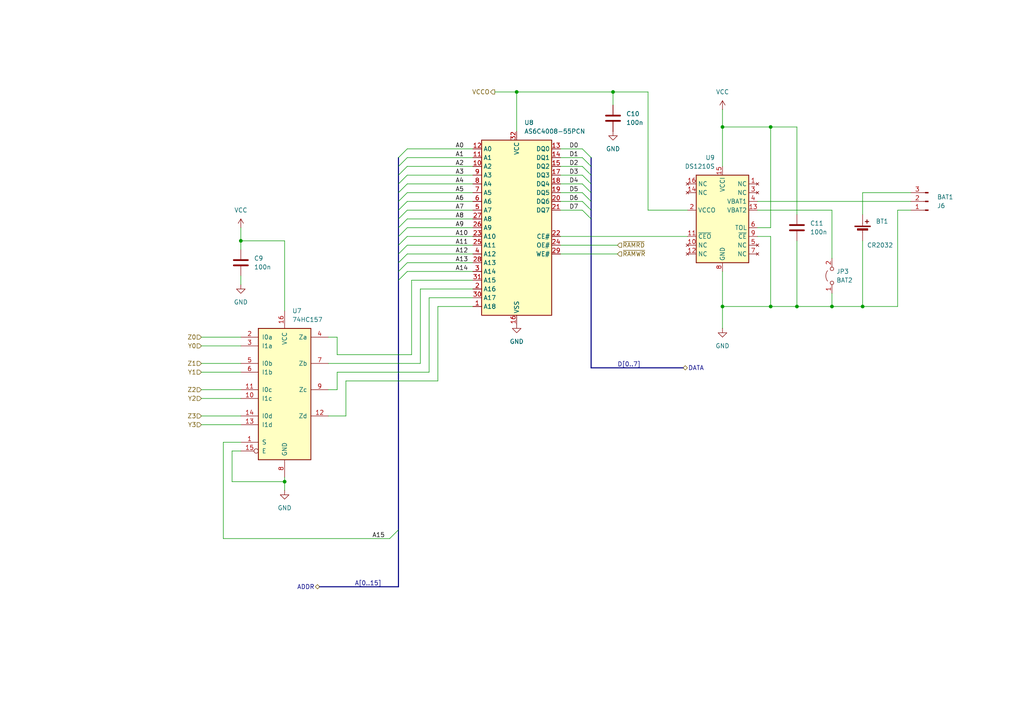
<source format=kicad_sch>
(kicad_sch
	(version 20231120)
	(generator "eeschema")
	(generator_version "8.0")
	(uuid "3e90ad0c-25f9-46c2-8c21-aa65b699c8d2")
	(paper "A4")
	(title_block
		(title "Mini11/8E Board V1.1")
	)
	(lib_symbols
		(symbol "74xx:74LS157"
			(pin_names
				(offset 1.016)
			)
			(exclude_from_sim no)
			(in_bom yes)
			(on_board yes)
			(property "Reference" "U"
				(at -7.62 19.05 0)
				(effects
					(font
						(size 1.27 1.27)
					)
				)
			)
			(property "Value" "74LS157"
				(at -7.62 -21.59 0)
				(effects
					(font
						(size 1.27 1.27)
					)
				)
			)
			(property "Footprint" ""
				(at 0 0 0)
				(effects
					(font
						(size 1.27 1.27)
					)
					(hide yes)
				)
			)
			(property "Datasheet" "http://www.ti.com/lit/gpn/sn74LS157"
				(at 0 0 0)
				(effects
					(font
						(size 1.27 1.27)
					)
					(hide yes)
				)
			)
			(property "Description" "Quad 2 to 1 line Multiplexer"
				(at 0 0 0)
				(effects
					(font
						(size 1.27 1.27)
					)
					(hide yes)
				)
			)
			(property "ki_locked" ""
				(at 0 0 0)
				(effects
					(font
						(size 1.27 1.27)
					)
				)
			)
			(property "ki_keywords" "TTL MUX MUX2"
				(at 0 0 0)
				(effects
					(font
						(size 1.27 1.27)
					)
					(hide yes)
				)
			)
			(property "ki_fp_filters" "DIP?16*"
				(at 0 0 0)
				(effects
					(font
						(size 1.27 1.27)
					)
					(hide yes)
				)
			)
			(symbol "74LS157_1_0"
				(pin input line
					(at -12.7 -15.24 0)
					(length 5.08)
					(name "S"
						(effects
							(font
								(size 1.27 1.27)
							)
						)
					)
					(number "1"
						(effects
							(font
								(size 1.27 1.27)
							)
						)
					)
				)
				(pin input line
					(at -12.7 -2.54 0)
					(length 5.08)
					(name "I1c"
						(effects
							(font
								(size 1.27 1.27)
							)
						)
					)
					(number "10"
						(effects
							(font
								(size 1.27 1.27)
							)
						)
					)
				)
				(pin input line
					(at -12.7 0 0)
					(length 5.08)
					(name "I0c"
						(effects
							(font
								(size 1.27 1.27)
							)
						)
					)
					(number "11"
						(effects
							(font
								(size 1.27 1.27)
							)
						)
					)
				)
				(pin output line
					(at 12.7 -7.62 180)
					(length 5.08)
					(name "Zd"
						(effects
							(font
								(size 1.27 1.27)
							)
						)
					)
					(number "12"
						(effects
							(font
								(size 1.27 1.27)
							)
						)
					)
				)
				(pin input line
					(at -12.7 -10.16 0)
					(length 5.08)
					(name "I1d"
						(effects
							(font
								(size 1.27 1.27)
							)
						)
					)
					(number "13"
						(effects
							(font
								(size 1.27 1.27)
							)
						)
					)
				)
				(pin input line
					(at -12.7 -7.62 0)
					(length 5.08)
					(name "I0d"
						(effects
							(font
								(size 1.27 1.27)
							)
						)
					)
					(number "14"
						(effects
							(font
								(size 1.27 1.27)
							)
						)
					)
				)
				(pin input inverted
					(at -12.7 -17.78 0)
					(length 5.08)
					(name "E"
						(effects
							(font
								(size 1.27 1.27)
							)
						)
					)
					(number "15"
						(effects
							(font
								(size 1.27 1.27)
							)
						)
					)
				)
				(pin power_in line
					(at 0 22.86 270)
					(length 5.08)
					(name "VCC"
						(effects
							(font
								(size 1.27 1.27)
							)
						)
					)
					(number "16"
						(effects
							(font
								(size 1.27 1.27)
							)
						)
					)
				)
				(pin input line
					(at -12.7 15.24 0)
					(length 5.08)
					(name "I0a"
						(effects
							(font
								(size 1.27 1.27)
							)
						)
					)
					(number "2"
						(effects
							(font
								(size 1.27 1.27)
							)
						)
					)
				)
				(pin input line
					(at -12.7 12.7 0)
					(length 5.08)
					(name "I1a"
						(effects
							(font
								(size 1.27 1.27)
							)
						)
					)
					(number "3"
						(effects
							(font
								(size 1.27 1.27)
							)
						)
					)
				)
				(pin output line
					(at 12.7 15.24 180)
					(length 5.08)
					(name "Za"
						(effects
							(font
								(size 1.27 1.27)
							)
						)
					)
					(number "4"
						(effects
							(font
								(size 1.27 1.27)
							)
						)
					)
				)
				(pin input line
					(at -12.7 7.62 0)
					(length 5.08)
					(name "I0b"
						(effects
							(font
								(size 1.27 1.27)
							)
						)
					)
					(number "5"
						(effects
							(font
								(size 1.27 1.27)
							)
						)
					)
				)
				(pin input line
					(at -12.7 5.08 0)
					(length 5.08)
					(name "I1b"
						(effects
							(font
								(size 1.27 1.27)
							)
						)
					)
					(number "6"
						(effects
							(font
								(size 1.27 1.27)
							)
						)
					)
				)
				(pin output line
					(at 12.7 7.62 180)
					(length 5.08)
					(name "Zb"
						(effects
							(font
								(size 1.27 1.27)
							)
						)
					)
					(number "7"
						(effects
							(font
								(size 1.27 1.27)
							)
						)
					)
				)
				(pin power_in line
					(at 0 -25.4 90)
					(length 5.08)
					(name "GND"
						(effects
							(font
								(size 1.27 1.27)
							)
						)
					)
					(number "8"
						(effects
							(font
								(size 1.27 1.27)
							)
						)
					)
				)
				(pin output line
					(at 12.7 0 180)
					(length 5.08)
					(name "Zc"
						(effects
							(font
								(size 1.27 1.27)
							)
						)
					)
					(number "9"
						(effects
							(font
								(size 1.27 1.27)
							)
						)
					)
				)
			)
			(symbol "74LS157_1_1"
				(rectangle
					(start -7.62 17.78)
					(end 7.62 -20.32)
					(stroke
						(width 0.254)
						(type default)
					)
					(fill
						(type background)
					)
				)
			)
		)
		(symbol "Connector:Conn_01x03_Pin"
			(pin_names
				(offset 1.016) hide)
			(exclude_from_sim no)
			(in_bom yes)
			(on_board yes)
			(property "Reference" "J"
				(at 0 5.08 0)
				(effects
					(font
						(size 1.27 1.27)
					)
				)
			)
			(property "Value" "Conn_01x03_Pin"
				(at 0 -5.08 0)
				(effects
					(font
						(size 1.27 1.27)
					)
				)
			)
			(property "Footprint" ""
				(at 0 0 0)
				(effects
					(font
						(size 1.27 1.27)
					)
					(hide yes)
				)
			)
			(property "Datasheet" "~"
				(at 0 0 0)
				(effects
					(font
						(size 1.27 1.27)
					)
					(hide yes)
				)
			)
			(property "Description" "Generic connector, single row, 01x03, script generated"
				(at 0 0 0)
				(effects
					(font
						(size 1.27 1.27)
					)
					(hide yes)
				)
			)
			(property "ki_locked" ""
				(at 0 0 0)
				(effects
					(font
						(size 1.27 1.27)
					)
				)
			)
			(property "ki_keywords" "connector"
				(at 0 0 0)
				(effects
					(font
						(size 1.27 1.27)
					)
					(hide yes)
				)
			)
			(property "ki_fp_filters" "Connector*:*_1x??_*"
				(at 0 0 0)
				(effects
					(font
						(size 1.27 1.27)
					)
					(hide yes)
				)
			)
			(symbol "Conn_01x03_Pin_1_1"
				(polyline
					(pts
						(xy 1.27 -2.54) (xy 0.8636 -2.54)
					)
					(stroke
						(width 0.1524)
						(type default)
					)
					(fill
						(type none)
					)
				)
				(polyline
					(pts
						(xy 1.27 0) (xy 0.8636 0)
					)
					(stroke
						(width 0.1524)
						(type default)
					)
					(fill
						(type none)
					)
				)
				(polyline
					(pts
						(xy 1.27 2.54) (xy 0.8636 2.54)
					)
					(stroke
						(width 0.1524)
						(type default)
					)
					(fill
						(type none)
					)
				)
				(rectangle
					(start 0.8636 -2.413)
					(end 0 -2.667)
					(stroke
						(width 0.1524)
						(type default)
					)
					(fill
						(type outline)
					)
				)
				(rectangle
					(start 0.8636 0.127)
					(end 0 -0.127)
					(stroke
						(width 0.1524)
						(type default)
					)
					(fill
						(type outline)
					)
				)
				(rectangle
					(start 0.8636 2.667)
					(end 0 2.413)
					(stroke
						(width 0.1524)
						(type default)
					)
					(fill
						(type outline)
					)
				)
				(pin passive line
					(at 5.08 2.54 180)
					(length 3.81)
					(name "Pin_1"
						(effects
							(font
								(size 1.27 1.27)
							)
						)
					)
					(number "1"
						(effects
							(font
								(size 1.27 1.27)
							)
						)
					)
				)
				(pin passive line
					(at 5.08 0 180)
					(length 3.81)
					(name "Pin_2"
						(effects
							(font
								(size 1.27 1.27)
							)
						)
					)
					(number "2"
						(effects
							(font
								(size 1.27 1.27)
							)
						)
					)
				)
				(pin passive line
					(at 5.08 -2.54 180)
					(length 3.81)
					(name "Pin_3"
						(effects
							(font
								(size 1.27 1.27)
							)
						)
					)
					(number "3"
						(effects
							(font
								(size 1.27 1.27)
							)
						)
					)
				)
			)
		)
		(symbol "Device:Battery_Cell"
			(pin_numbers hide)
			(pin_names
				(offset 0) hide)
			(exclude_from_sim no)
			(in_bom yes)
			(on_board yes)
			(property "Reference" "BT"
				(at 2.54 2.54 0)
				(effects
					(font
						(size 1.27 1.27)
					)
					(justify left)
				)
			)
			(property "Value" "Battery_Cell"
				(at 2.54 0 0)
				(effects
					(font
						(size 1.27 1.27)
					)
					(justify left)
				)
			)
			(property "Footprint" ""
				(at 0 1.524 90)
				(effects
					(font
						(size 1.27 1.27)
					)
					(hide yes)
				)
			)
			(property "Datasheet" "~"
				(at 0 1.524 90)
				(effects
					(font
						(size 1.27 1.27)
					)
					(hide yes)
				)
			)
			(property "Description" "Single-cell battery"
				(at 0 0 0)
				(effects
					(font
						(size 1.27 1.27)
					)
					(hide yes)
				)
			)
			(property "ki_keywords" "battery cell"
				(at 0 0 0)
				(effects
					(font
						(size 1.27 1.27)
					)
					(hide yes)
				)
			)
			(symbol "Battery_Cell_0_1"
				(rectangle
					(start -2.286 1.778)
					(end 2.286 1.524)
					(stroke
						(width 0)
						(type default)
					)
					(fill
						(type outline)
					)
				)
				(rectangle
					(start -1.524 1.016)
					(end 1.524 0.508)
					(stroke
						(width 0)
						(type default)
					)
					(fill
						(type outline)
					)
				)
				(polyline
					(pts
						(xy 0 0.762) (xy 0 0)
					)
					(stroke
						(width 0)
						(type default)
					)
					(fill
						(type none)
					)
				)
				(polyline
					(pts
						(xy 0 1.778) (xy 0 2.54)
					)
					(stroke
						(width 0)
						(type default)
					)
					(fill
						(type none)
					)
				)
				(polyline
					(pts
						(xy 0.762 3.048) (xy 1.778 3.048)
					)
					(stroke
						(width 0.254)
						(type default)
					)
					(fill
						(type none)
					)
				)
				(polyline
					(pts
						(xy 1.27 3.556) (xy 1.27 2.54)
					)
					(stroke
						(width 0.254)
						(type default)
					)
					(fill
						(type none)
					)
				)
			)
			(symbol "Battery_Cell_1_1"
				(pin passive line
					(at 0 5.08 270)
					(length 2.54)
					(name "+"
						(effects
							(font
								(size 1.27 1.27)
							)
						)
					)
					(number "1"
						(effects
							(font
								(size 1.27 1.27)
							)
						)
					)
				)
				(pin passive line
					(at 0 -2.54 90)
					(length 2.54)
					(name "-"
						(effects
							(font
								(size 1.27 1.27)
							)
						)
					)
					(number "2"
						(effects
							(font
								(size 1.27 1.27)
							)
						)
					)
				)
			)
		)
		(symbol "Device:C"
			(pin_numbers hide)
			(pin_names
				(offset 0.254)
			)
			(exclude_from_sim no)
			(in_bom yes)
			(on_board yes)
			(property "Reference" "C"
				(at 0.635 2.54 0)
				(effects
					(font
						(size 1.27 1.27)
					)
					(justify left)
				)
			)
			(property "Value" "C"
				(at 0.635 -2.54 0)
				(effects
					(font
						(size 1.27 1.27)
					)
					(justify left)
				)
			)
			(property "Footprint" ""
				(at 0.9652 -3.81 0)
				(effects
					(font
						(size 1.27 1.27)
					)
					(hide yes)
				)
			)
			(property "Datasheet" "~"
				(at 0 0 0)
				(effects
					(font
						(size 1.27 1.27)
					)
					(hide yes)
				)
			)
			(property "Description" "Unpolarized capacitor"
				(at 0 0 0)
				(effects
					(font
						(size 1.27 1.27)
					)
					(hide yes)
				)
			)
			(property "ki_keywords" "cap capacitor"
				(at 0 0 0)
				(effects
					(font
						(size 1.27 1.27)
					)
					(hide yes)
				)
			)
			(property "ki_fp_filters" "C_*"
				(at 0 0 0)
				(effects
					(font
						(size 1.27 1.27)
					)
					(hide yes)
				)
			)
			(symbol "C_0_1"
				(polyline
					(pts
						(xy -2.032 -0.762) (xy 2.032 -0.762)
					)
					(stroke
						(width 0.508)
						(type default)
					)
					(fill
						(type none)
					)
				)
				(polyline
					(pts
						(xy -2.032 0.762) (xy 2.032 0.762)
					)
					(stroke
						(width 0.508)
						(type default)
					)
					(fill
						(type none)
					)
				)
			)
			(symbol "C_1_1"
				(pin passive line
					(at 0 3.81 270)
					(length 2.794)
					(name "~"
						(effects
							(font
								(size 1.27 1.27)
							)
						)
					)
					(number "1"
						(effects
							(font
								(size 1.27 1.27)
							)
						)
					)
				)
				(pin passive line
					(at 0 -3.81 90)
					(length 2.794)
					(name "~"
						(effects
							(font
								(size 1.27 1.27)
							)
						)
					)
					(number "2"
						(effects
							(font
								(size 1.27 1.27)
							)
						)
					)
				)
			)
		)
		(symbol "Jumper:Jumper_2_Open"
			(pin_names
				(offset 0) hide)
			(exclude_from_sim no)
			(in_bom yes)
			(on_board yes)
			(property "Reference" "JP"
				(at 0 2.794 0)
				(effects
					(font
						(size 1.27 1.27)
					)
				)
			)
			(property "Value" "Jumper_2_Open"
				(at 0 -2.286 0)
				(effects
					(font
						(size 1.27 1.27)
					)
				)
			)
			(property "Footprint" ""
				(at 0 0 0)
				(effects
					(font
						(size 1.27 1.27)
					)
					(hide yes)
				)
			)
			(property "Datasheet" "~"
				(at 0 0 0)
				(effects
					(font
						(size 1.27 1.27)
					)
					(hide yes)
				)
			)
			(property "Description" "Jumper, 2-pole, open"
				(at 0 0 0)
				(effects
					(font
						(size 1.27 1.27)
					)
					(hide yes)
				)
			)
			(property "ki_keywords" "Jumper SPST"
				(at 0 0 0)
				(effects
					(font
						(size 1.27 1.27)
					)
					(hide yes)
				)
			)
			(property "ki_fp_filters" "Jumper* TestPoint*2Pads* TestPoint*Bridge*"
				(at 0 0 0)
				(effects
					(font
						(size 1.27 1.27)
					)
					(hide yes)
				)
			)
			(symbol "Jumper_2_Open_0_0"
				(circle
					(center -2.032 0)
					(radius 0.508)
					(stroke
						(width 0)
						(type default)
					)
					(fill
						(type none)
					)
				)
				(circle
					(center 2.032 0)
					(radius 0.508)
					(stroke
						(width 0)
						(type default)
					)
					(fill
						(type none)
					)
				)
			)
			(symbol "Jumper_2_Open_0_1"
				(arc
					(start 1.524 1.27)
					(mid 0 1.778)
					(end -1.524 1.27)
					(stroke
						(width 0)
						(type default)
					)
					(fill
						(type none)
					)
				)
			)
			(symbol "Jumper_2_Open_1_1"
				(pin passive line
					(at -5.08 0 0)
					(length 2.54)
					(name "A"
						(effects
							(font
								(size 1.27 1.27)
							)
						)
					)
					(number "1"
						(effects
							(font
								(size 1.27 1.27)
							)
						)
					)
				)
				(pin passive line
					(at 5.08 0 180)
					(length 2.54)
					(name "B"
						(effects
							(font
								(size 1.27 1.27)
							)
						)
					)
					(number "2"
						(effects
							(font
								(size 1.27 1.27)
							)
						)
					)
				)
			)
		)
		(symbol "Memory_RAM:AS6C4008-55PCN"
			(exclude_from_sim no)
			(in_bom yes)
			(on_board yes)
			(property "Reference" "U"
				(at -10.16 26.035 0)
				(effects
					(font
						(size 1.27 1.27)
					)
					(justify left bottom)
				)
			)
			(property "Value" "AS6C4008-55PCN"
				(at 2.54 26.035 0)
				(effects
					(font
						(size 1.27 1.27)
					)
					(justify left bottom)
				)
			)
			(property "Footprint" "Package_DIP:DIP-32_W15.24mm"
				(at 0 2.54 0)
				(effects
					(font
						(size 1.27 1.27)
					)
					(hide yes)
				)
			)
			(property "Datasheet" "https://www.alliancememory.com/wp-content/uploads/pdf/AS6C4008.pdf"
				(at 0 2.54 0)
				(effects
					(font
						(size 1.27 1.27)
					)
					(hide yes)
				)
			)
			(property "Description" "512K x 8 Low Power CMOS RAM, DIP-32"
				(at 0 0 0)
				(effects
					(font
						(size 1.27 1.27)
					)
					(hide yes)
				)
			)
			(property "ki_keywords" "RAM SRAM CMOS MEMORY"
				(at 0 0 0)
				(effects
					(font
						(size 1.27 1.27)
					)
					(hide yes)
				)
			)
			(property "ki_fp_filters" "DIP*W15.24mm*"
				(at 0 0 0)
				(effects
					(font
						(size 1.27 1.27)
					)
					(hide yes)
				)
			)
			(symbol "AS6C4008-55PCN_0_0"
				(pin power_in line
					(at 0 -27.94 90)
					(length 2.54)
					(name "VSS"
						(effects
							(font
								(size 1.27 1.27)
							)
						)
					)
					(number "16"
						(effects
							(font
								(size 1.27 1.27)
							)
						)
					)
				)
				(pin power_in line
					(at 0 27.94 270)
					(length 2.54)
					(name "VCC"
						(effects
							(font
								(size 1.27 1.27)
							)
						)
					)
					(number "32"
						(effects
							(font
								(size 1.27 1.27)
							)
						)
					)
				)
			)
			(symbol "AS6C4008-55PCN_0_1"
				(rectangle
					(start -10.16 25.4)
					(end 10.16 -25.4)
					(stroke
						(width 0.254)
						(type default)
					)
					(fill
						(type background)
					)
				)
			)
			(symbol "AS6C4008-55PCN_1_1"
				(pin input line
					(at -12.7 -22.86 0)
					(length 2.54)
					(name "A18"
						(effects
							(font
								(size 1.27 1.27)
							)
						)
					)
					(number "1"
						(effects
							(font
								(size 1.27 1.27)
							)
						)
					)
				)
				(pin input line
					(at -12.7 17.78 0)
					(length 2.54)
					(name "A2"
						(effects
							(font
								(size 1.27 1.27)
							)
						)
					)
					(number "10"
						(effects
							(font
								(size 1.27 1.27)
							)
						)
					)
				)
				(pin input line
					(at -12.7 20.32 0)
					(length 2.54)
					(name "A1"
						(effects
							(font
								(size 1.27 1.27)
							)
						)
					)
					(number "11"
						(effects
							(font
								(size 1.27 1.27)
							)
						)
					)
				)
				(pin input line
					(at -12.7 22.86 0)
					(length 2.54)
					(name "A0"
						(effects
							(font
								(size 1.27 1.27)
							)
						)
					)
					(number "12"
						(effects
							(font
								(size 1.27 1.27)
							)
						)
					)
				)
				(pin tri_state line
					(at 12.7 22.86 180)
					(length 2.54)
					(name "DQ0"
						(effects
							(font
								(size 1.27 1.27)
							)
						)
					)
					(number "13"
						(effects
							(font
								(size 1.27 1.27)
							)
						)
					)
				)
				(pin tri_state line
					(at 12.7 20.32 180)
					(length 2.54)
					(name "DQ1"
						(effects
							(font
								(size 1.27 1.27)
							)
						)
					)
					(number "14"
						(effects
							(font
								(size 1.27 1.27)
							)
						)
					)
				)
				(pin tri_state line
					(at 12.7 17.78 180)
					(length 2.54)
					(name "DQ2"
						(effects
							(font
								(size 1.27 1.27)
							)
						)
					)
					(number "15"
						(effects
							(font
								(size 1.27 1.27)
							)
						)
					)
				)
				(pin tri_state line
					(at 12.7 15.24 180)
					(length 2.54)
					(name "DQ3"
						(effects
							(font
								(size 1.27 1.27)
							)
						)
					)
					(number "17"
						(effects
							(font
								(size 1.27 1.27)
							)
						)
					)
				)
				(pin tri_state line
					(at 12.7 12.7 180)
					(length 2.54)
					(name "DQ4"
						(effects
							(font
								(size 1.27 1.27)
							)
						)
					)
					(number "18"
						(effects
							(font
								(size 1.27 1.27)
							)
						)
					)
				)
				(pin tri_state line
					(at 12.7 10.16 180)
					(length 2.54)
					(name "DQ5"
						(effects
							(font
								(size 1.27 1.27)
							)
						)
					)
					(number "19"
						(effects
							(font
								(size 1.27 1.27)
							)
						)
					)
				)
				(pin input line
					(at -12.7 -17.78 0)
					(length 2.54)
					(name "A16"
						(effects
							(font
								(size 1.27 1.27)
							)
						)
					)
					(number "2"
						(effects
							(font
								(size 1.27 1.27)
							)
						)
					)
				)
				(pin tri_state line
					(at 12.7 7.62 180)
					(length 2.54)
					(name "DQ6"
						(effects
							(font
								(size 1.27 1.27)
							)
						)
					)
					(number "20"
						(effects
							(font
								(size 1.27 1.27)
							)
						)
					)
				)
				(pin tri_state line
					(at 12.7 5.08 180)
					(length 2.54)
					(name "DQ7"
						(effects
							(font
								(size 1.27 1.27)
							)
						)
					)
					(number "21"
						(effects
							(font
								(size 1.27 1.27)
							)
						)
					)
				)
				(pin input line
					(at 12.7 -2.54 180)
					(length 2.54)
					(name "CE#"
						(effects
							(font
								(size 1.27 1.27)
							)
						)
					)
					(number "22"
						(effects
							(font
								(size 1.27 1.27)
							)
						)
					)
				)
				(pin input line
					(at -12.7 -2.54 0)
					(length 2.54)
					(name "A10"
						(effects
							(font
								(size 1.27 1.27)
							)
						)
					)
					(number "23"
						(effects
							(font
								(size 1.27 1.27)
							)
						)
					)
				)
				(pin input line
					(at 12.7 -5.08 180)
					(length 2.54)
					(name "OE#"
						(effects
							(font
								(size 1.27 1.27)
							)
						)
					)
					(number "24"
						(effects
							(font
								(size 1.27 1.27)
							)
						)
					)
				)
				(pin input line
					(at -12.7 -5.08 0)
					(length 2.54)
					(name "A11"
						(effects
							(font
								(size 1.27 1.27)
							)
						)
					)
					(number "25"
						(effects
							(font
								(size 1.27 1.27)
							)
						)
					)
				)
				(pin input line
					(at -12.7 0 0)
					(length 2.54)
					(name "A9"
						(effects
							(font
								(size 1.27 1.27)
							)
						)
					)
					(number "26"
						(effects
							(font
								(size 1.27 1.27)
							)
						)
					)
				)
				(pin input line
					(at -12.7 2.54 0)
					(length 2.54)
					(name "A8"
						(effects
							(font
								(size 1.27 1.27)
							)
						)
					)
					(number "27"
						(effects
							(font
								(size 1.27 1.27)
							)
						)
					)
				)
				(pin input line
					(at -12.7 -10.16 0)
					(length 2.54)
					(name "A13"
						(effects
							(font
								(size 1.27 1.27)
							)
						)
					)
					(number "28"
						(effects
							(font
								(size 1.27 1.27)
							)
						)
					)
				)
				(pin input line
					(at 12.7 -7.62 180)
					(length 2.54)
					(name "WE#"
						(effects
							(font
								(size 1.27 1.27)
							)
						)
					)
					(number "29"
						(effects
							(font
								(size 1.27 1.27)
							)
						)
					)
				)
				(pin input line
					(at -12.7 -12.7 0)
					(length 2.54)
					(name "A14"
						(effects
							(font
								(size 1.27 1.27)
							)
						)
					)
					(number "3"
						(effects
							(font
								(size 1.27 1.27)
							)
						)
					)
				)
				(pin input line
					(at -12.7 -20.32 0)
					(length 2.54)
					(name "A17"
						(effects
							(font
								(size 1.27 1.27)
							)
						)
					)
					(number "30"
						(effects
							(font
								(size 1.27 1.27)
							)
						)
					)
				)
				(pin input line
					(at -12.7 -15.24 0)
					(length 2.54)
					(name "A15"
						(effects
							(font
								(size 1.27 1.27)
							)
						)
					)
					(number "31"
						(effects
							(font
								(size 1.27 1.27)
							)
						)
					)
				)
				(pin input line
					(at -12.7 -7.62 0)
					(length 2.54)
					(name "A12"
						(effects
							(font
								(size 1.27 1.27)
							)
						)
					)
					(number "4"
						(effects
							(font
								(size 1.27 1.27)
							)
						)
					)
				)
				(pin input line
					(at -12.7 5.08 0)
					(length 2.54)
					(name "A7"
						(effects
							(font
								(size 1.27 1.27)
							)
						)
					)
					(number "5"
						(effects
							(font
								(size 1.27 1.27)
							)
						)
					)
				)
				(pin input line
					(at -12.7 7.62 0)
					(length 2.54)
					(name "A6"
						(effects
							(font
								(size 1.27 1.27)
							)
						)
					)
					(number "6"
						(effects
							(font
								(size 1.27 1.27)
							)
						)
					)
				)
				(pin input line
					(at -12.7 10.16 0)
					(length 2.54)
					(name "A5"
						(effects
							(font
								(size 1.27 1.27)
							)
						)
					)
					(number "7"
						(effects
							(font
								(size 1.27 1.27)
							)
						)
					)
				)
				(pin input line
					(at -12.7 12.7 0)
					(length 2.54)
					(name "A4"
						(effects
							(font
								(size 1.27 1.27)
							)
						)
					)
					(number "8"
						(effects
							(font
								(size 1.27 1.27)
							)
						)
					)
				)
				(pin input line
					(at -12.7 15.24 0)
					(length 2.54)
					(name "A3"
						(effects
							(font
								(size 1.27 1.27)
							)
						)
					)
					(number "9"
						(effects
							(font
								(size 1.27 1.27)
							)
						)
					)
				)
			)
		)
		(symbol "New_Library:DS1210S"
			(exclude_from_sim no)
			(in_bom yes)
			(on_board yes)
			(property "Reference" "U"
				(at 2.032 14.986 0)
				(effects
					(font
						(size 1.27 1.27)
					)
					(justify left)
				)
			)
			(property "Value" "DS1210S"
				(at -4.826 -0.254 0)
				(effects
					(font
						(size 1.27 1.27)
					)
					(justify left)
				)
			)
			(property "Footprint" "Package_SO:SOIC-16W_7.5x10.3mm_P1.27mm"
				(at 0 -20.32 0)
				(effects
					(font
						(size 1.27 1.27)
					)
					(hide yes)
				)
			)
			(property "Datasheet" "https://datasheets.maximintegrated.com/en/ds/DS1210.pdf"
				(at -2.54 -2.54 0)
				(effects
					(font
						(size 1.27 1.27)
					)
					(hide yes)
				)
			)
			(property "Description" "Nonvolatile Controller, SOP-16"
				(at 0 0 0)
				(effects
					(font
						(size 1.27 1.27)
					)
					(hide yes)
				)
			)
			(property "ki_keywords" "Nonvolatile, RAM, Controller, Battery, Power"
				(at 0 0 0)
				(effects
					(font
						(size 1.27 1.27)
					)
					(hide yes)
				)
			)
			(property "ki_fp_filters" "DIP*W7.62mm*"
				(at 0 0 0)
				(effects
					(font
						(size 1.27 1.27)
					)
					(hide yes)
				)
			)
			(symbol "DS1210S_0_1"
				(rectangle
					(start -7.62 12.7)
					(end 7.62 -12.7)
					(stroke
						(width 0.254)
						(type default)
					)
					(fill
						(type background)
					)
				)
			)
			(symbol "DS1210S_1_1"
				(pin no_connect line
					(at -10.16 10.16 0)
					(length 2.54)
					(name "NC"
						(effects
							(font
								(size 1.27 1.27)
							)
						)
					)
					(number "1"
						(effects
							(font
								(size 1.27 1.27)
							)
						)
					)
				)
				(pin no_connect line
					(at 10.16 -7.62 180)
					(length 2.54)
					(name "NC"
						(effects
							(font
								(size 1.27 1.27)
							)
						)
					)
					(number "10"
						(effects
							(font
								(size 1.27 1.27)
							)
						)
					)
				)
				(pin output line
					(at 10.16 -5.08 180)
					(length 2.54)
					(name "~{CEO}"
						(effects
							(font
								(size 1.27 1.27)
							)
						)
					)
					(number "11"
						(effects
							(font
								(size 1.27 1.27)
							)
						)
					)
				)
				(pin no_connect line
					(at 10.16 -10.16 180)
					(length 2.54)
					(name "NC"
						(effects
							(font
								(size 1.27 1.27)
							)
						)
					)
					(number "12"
						(effects
							(font
								(size 1.27 1.27)
							)
						)
					)
				)
				(pin power_in line
					(at -10.16 2.54 0)
					(length 2.54)
					(name "VBAT2"
						(effects
							(font
								(size 1.27 1.27)
							)
						)
					)
					(number "13"
						(effects
							(font
								(size 1.27 1.27)
							)
						)
					)
				)
				(pin no_connect line
					(at 10.16 7.62 180)
					(length 2.54)
					(name "NC"
						(effects
							(font
								(size 1.27 1.27)
							)
						)
					)
					(number "14"
						(effects
							(font
								(size 1.27 1.27)
							)
						)
					)
				)
				(pin power_in line
					(at 0 15.24 270)
					(length 2.54)
					(name "VCCI"
						(effects
							(font
								(size 1.27 1.27)
							)
						)
					)
					(number "15"
						(effects
							(font
								(size 1.27 1.27)
							)
						)
					)
				)
				(pin no_connect line
					(at 10.16 10.16 180)
					(length 2.54)
					(name "NC"
						(effects
							(font
								(size 1.27 1.27)
							)
						)
					)
					(number "16"
						(effects
							(font
								(size 1.27 1.27)
							)
						)
					)
				)
				(pin power_out line
					(at 10.16 2.54 180)
					(length 2.54)
					(name "VCCO"
						(effects
							(font
								(size 1.27 1.27)
							)
						)
					)
					(number "2"
						(effects
							(font
								(size 1.27 1.27)
							)
						)
					)
				)
				(pin no_connect line
					(at -10.16 7.62 0)
					(length 2.54)
					(name "NC"
						(effects
							(font
								(size 1.27 1.27)
							)
						)
					)
					(number "3"
						(effects
							(font
								(size 1.27 1.27)
							)
						)
					)
				)
				(pin power_in line
					(at -10.16 5.08 0)
					(length 2.54)
					(name "VBAT1"
						(effects
							(font
								(size 1.27 1.27)
							)
						)
					)
					(number "4"
						(effects
							(font
								(size 1.27 1.27)
							)
						)
					)
				)
				(pin no_connect line
					(at -10.16 -7.62 0)
					(length 2.54)
					(name "NC"
						(effects
							(font
								(size 1.27 1.27)
							)
						)
					)
					(number "5"
						(effects
							(font
								(size 1.27 1.27)
							)
						)
					)
				)
				(pin input line
					(at -10.16 -2.54 0)
					(length 2.54)
					(name "TOL"
						(effects
							(font
								(size 1.27 1.27)
							)
						)
					)
					(number "6"
						(effects
							(font
								(size 1.27 1.27)
							)
						)
					)
				)
				(pin no_connect line
					(at -10.16 -10.16 0)
					(length 2.54)
					(name "NC"
						(effects
							(font
								(size 1.27 1.27)
							)
						)
					)
					(number "7"
						(effects
							(font
								(size 1.27 1.27)
							)
						)
					)
				)
				(pin power_in line
					(at 0 -15.24 90)
					(length 2.54)
					(name "GND"
						(effects
							(font
								(size 1.27 1.27)
							)
						)
					)
					(number "8"
						(effects
							(font
								(size 1.27 1.27)
							)
						)
					)
				)
				(pin input line
					(at -10.16 -5.08 0)
					(length 2.54)
					(name "~{CE}"
						(effects
							(font
								(size 1.27 1.27)
							)
						)
					)
					(number "9"
						(effects
							(font
								(size 1.27 1.27)
							)
						)
					)
				)
			)
		)
		(symbol "power:GND"
			(power)
			(pin_numbers hide)
			(pin_names
				(offset 0) hide)
			(exclude_from_sim no)
			(in_bom yes)
			(on_board yes)
			(property "Reference" "#PWR"
				(at 0 -6.35 0)
				(effects
					(font
						(size 1.27 1.27)
					)
					(hide yes)
				)
			)
			(property "Value" "GND"
				(at 0 -3.81 0)
				(effects
					(font
						(size 1.27 1.27)
					)
				)
			)
			(property "Footprint" ""
				(at 0 0 0)
				(effects
					(font
						(size 1.27 1.27)
					)
					(hide yes)
				)
			)
			(property "Datasheet" ""
				(at 0 0 0)
				(effects
					(font
						(size 1.27 1.27)
					)
					(hide yes)
				)
			)
			(property "Description" "Power symbol creates a global label with name \"GND\" , ground"
				(at 0 0 0)
				(effects
					(font
						(size 1.27 1.27)
					)
					(hide yes)
				)
			)
			(property "ki_keywords" "global power"
				(at 0 0 0)
				(effects
					(font
						(size 1.27 1.27)
					)
					(hide yes)
				)
			)
			(symbol "GND_0_1"
				(polyline
					(pts
						(xy 0 0) (xy 0 -1.27) (xy 1.27 -1.27) (xy 0 -2.54) (xy -1.27 -1.27) (xy 0 -1.27)
					)
					(stroke
						(width 0)
						(type default)
					)
					(fill
						(type none)
					)
				)
			)
			(symbol "GND_1_1"
				(pin power_in line
					(at 0 0 270)
					(length 0)
					(name "~"
						(effects
							(font
								(size 1.27 1.27)
							)
						)
					)
					(number "1"
						(effects
							(font
								(size 1.27 1.27)
							)
						)
					)
				)
			)
		)
		(symbol "power:VCC"
			(power)
			(pin_numbers hide)
			(pin_names
				(offset 0) hide)
			(exclude_from_sim no)
			(in_bom yes)
			(on_board yes)
			(property "Reference" "#PWR"
				(at 0 -3.81 0)
				(effects
					(font
						(size 1.27 1.27)
					)
					(hide yes)
				)
			)
			(property "Value" "VCC"
				(at 0 3.556 0)
				(effects
					(font
						(size 1.27 1.27)
					)
				)
			)
			(property "Footprint" ""
				(at 0 0 0)
				(effects
					(font
						(size 1.27 1.27)
					)
					(hide yes)
				)
			)
			(property "Datasheet" ""
				(at 0 0 0)
				(effects
					(font
						(size 1.27 1.27)
					)
					(hide yes)
				)
			)
			(property "Description" "Power symbol creates a global label with name \"VCC\""
				(at 0 0 0)
				(effects
					(font
						(size 1.27 1.27)
					)
					(hide yes)
				)
			)
			(property "ki_keywords" "global power"
				(at 0 0 0)
				(effects
					(font
						(size 1.27 1.27)
					)
					(hide yes)
				)
			)
			(symbol "VCC_0_1"
				(polyline
					(pts
						(xy -0.762 1.27) (xy 0 2.54)
					)
					(stroke
						(width 0)
						(type default)
					)
					(fill
						(type none)
					)
				)
				(polyline
					(pts
						(xy 0 0) (xy 0 2.54)
					)
					(stroke
						(width 0)
						(type default)
					)
					(fill
						(type none)
					)
				)
				(polyline
					(pts
						(xy 0 2.54) (xy 0.762 1.27)
					)
					(stroke
						(width 0)
						(type default)
					)
					(fill
						(type none)
					)
				)
			)
			(symbol "VCC_1_1"
				(pin power_in line
					(at 0 0 90)
					(length 0)
					(name "~"
						(effects
							(font
								(size 1.27 1.27)
							)
						)
					)
					(number "1"
						(effects
							(font
								(size 1.27 1.27)
							)
						)
					)
				)
			)
		)
	)
	(junction
		(at 149.86 26.67)
		(diameter 0)
		(color 0 0 0 0)
		(uuid "0453888e-3a15-4c7e-9dcb-3657d6f6f226")
	)
	(junction
		(at 209.55 88.9)
		(diameter 0)
		(color 0 0 0 0)
		(uuid "0ac4b5bc-6a30-4324-a8f9-4771d8da8fb5")
	)
	(junction
		(at 209.55 36.83)
		(diameter 0)
		(color 0 0 0 0)
		(uuid "0b2a0f2d-12fc-4670-b38f-931ac5a6d710")
	)
	(junction
		(at 82.55 139.7)
		(diameter 0)
		(color 0 0 0 0)
		(uuid "1247c66d-ab28-44a2-88f9-3688b952505e")
	)
	(junction
		(at 241.3 88.9)
		(diameter 0)
		(color 0 0 0 0)
		(uuid "2685ceb7-579f-4272-95f7-cda8a903d84c")
	)
	(junction
		(at 231.14 88.9)
		(diameter 0)
		(color 0 0 0 0)
		(uuid "30a03522-585d-487d-8d2d-fbf1795a3378")
	)
	(junction
		(at 250.19 88.9)
		(diameter 0)
		(color 0 0 0 0)
		(uuid "3292a92f-84c3-44d7-9687-7a331fb8952a")
	)
	(junction
		(at 223.52 88.9)
		(diameter 0)
		(color 0 0 0 0)
		(uuid "3a8faa52-77e4-4198-98e5-0f04c58af12d")
	)
	(junction
		(at 177.8 26.67)
		(diameter 0)
		(color 0 0 0 0)
		(uuid "58991112-ffdf-4ab3-bd32-f81bfa3e3280")
	)
	(junction
		(at 69.85 69.85)
		(diameter 0)
		(color 0 0 0 0)
		(uuid "8a0eb045-05ab-49dc-a512-3b1f6c01b817")
	)
	(junction
		(at 223.52 36.83)
		(diameter 0)
		(color 0 0 0 0)
		(uuid "efaac96a-7d38-4a9e-9855-61943f96c101")
	)
	(bus_entry
		(at 168.91 60.96)
		(size 2.54 2.54)
		(stroke
			(width 0)
			(type default)
		)
		(uuid "20bfa5d1-2809-44cd-9c0b-3b89ead82b00")
	)
	(bus_entry
		(at 115.57 58.42)
		(size 2.54 -2.54)
		(stroke
			(width 0)
			(type default)
		)
		(uuid "282644a1-20fe-4a55-b5eb-17b8c356cf92")
	)
	(bus_entry
		(at 115.57 76.2)
		(size 2.54 -2.54)
		(stroke
			(width 0)
			(type default)
		)
		(uuid "2952925c-65ac-4593-a38c-84865a64eb27")
	)
	(bus_entry
		(at 168.91 50.8)
		(size 2.54 2.54)
		(stroke
			(width 0)
			(type default)
		)
		(uuid "2e410865-a977-4712-85ee-e12bffe2614f")
	)
	(bus_entry
		(at 115.57 153.67)
		(size -2.54 2.54)
		(stroke
			(width 0)
			(type default)
		)
		(uuid "32dc569f-d494-4fe7-a53d-d1eaa67d06a0")
	)
	(bus_entry
		(at 168.91 53.34)
		(size 2.54 2.54)
		(stroke
			(width 0)
			(type default)
		)
		(uuid "34037e42-a2be-466e-b7ac-f5372310249e")
	)
	(bus_entry
		(at 115.57 81.28)
		(size 2.54 -2.54)
		(stroke
			(width 0)
			(type default)
		)
		(uuid "3e9a21c6-558f-4499-ad8e-511504a74631")
	)
	(bus_entry
		(at 115.57 63.5)
		(size 2.54 -2.54)
		(stroke
			(width 0)
			(type default)
		)
		(uuid "50ab4796-9a4e-4063-9000-46cf0274018f")
	)
	(bus_entry
		(at 115.57 60.96)
		(size 2.54 -2.54)
		(stroke
			(width 0)
			(type default)
		)
		(uuid "530eeba6-9236-47ff-8b20-2b2de117a2d3")
	)
	(bus_entry
		(at 115.57 53.34)
		(size 2.54 -2.54)
		(stroke
			(width 0)
			(type default)
		)
		(uuid "59218f65-491e-4470-b5d8-6a778983210a")
	)
	(bus_entry
		(at 168.91 43.18)
		(size 2.54 2.54)
		(stroke
			(width 0)
			(type default)
		)
		(uuid "6461c8e0-7c71-4763-9419-22df25a1f03b")
	)
	(bus_entry
		(at 115.57 78.74)
		(size 2.54 -2.54)
		(stroke
			(width 0)
			(type default)
		)
		(uuid "69e99336-aba9-4587-b905-45b76be51cdb")
	)
	(bus_entry
		(at 168.91 45.72)
		(size 2.54 2.54)
		(stroke
			(width 0)
			(type default)
		)
		(uuid "78178fae-5dfd-494f-b12b-d12bdf0ef083")
	)
	(bus_entry
		(at 115.57 50.8)
		(size 2.54 -2.54)
		(stroke
			(width 0)
			(type default)
		)
		(uuid "7c9c1354-c0eb-4fbb-8239-ed058d64e0a4")
	)
	(bus_entry
		(at 115.57 48.26)
		(size 2.54 -2.54)
		(stroke
			(width 0)
			(type default)
		)
		(uuid "7f21e1c2-e383-46e4-82ae-e51edce2e31f")
	)
	(bus_entry
		(at 168.91 58.42)
		(size 2.54 2.54)
		(stroke
			(width 0)
			(type default)
		)
		(uuid "830358e1-3c26-4b48-8290-333d3bfff9db")
	)
	(bus_entry
		(at 115.57 68.58)
		(size 2.54 -2.54)
		(stroke
			(width 0)
			(type default)
		)
		(uuid "9aa38674-8eef-43bf-be54-2bbdbd7930cc")
	)
	(bus_entry
		(at 168.91 55.88)
		(size 2.54 2.54)
		(stroke
			(width 0)
			(type default)
		)
		(uuid "a923c2bd-28a6-4305-9211-6706d8473b71")
	)
	(bus_entry
		(at 115.57 45.72)
		(size 2.54 -2.54)
		(stroke
			(width 0)
			(type default)
		)
		(uuid "b343bb1e-02aa-4466-be58-920cc7c44e6b")
	)
	(bus_entry
		(at 168.91 48.26)
		(size 2.54 2.54)
		(stroke
			(width 0)
			(type default)
		)
		(uuid "c7da7b66-2cdc-46ce-9c62-a9c8e25e5bcd")
	)
	(bus_entry
		(at 115.57 66.04)
		(size 2.54 -2.54)
		(stroke
			(width 0)
			(type default)
		)
		(uuid "d008294b-43f2-4fb1-84fd-f9b3bbe1c02e")
	)
	(bus_entry
		(at 115.57 73.66)
		(size 2.54 -2.54)
		(stroke
			(width 0)
			(type default)
		)
		(uuid "d30522dd-3b97-4043-a6fe-f8be4ed3e543")
	)
	(bus_entry
		(at 115.57 55.88)
		(size 2.54 -2.54)
		(stroke
			(width 0)
			(type default)
		)
		(uuid "f3895c1b-de3a-417f-a3d4-05660d3871a7")
	)
	(bus_entry
		(at 115.57 71.12)
		(size 2.54 -2.54)
		(stroke
			(width 0)
			(type default)
		)
		(uuid "f7b747e1-8fe7-4fed-8c84-a378760f1f0f")
	)
	(bus
		(pts
			(xy 115.57 58.42) (xy 115.57 55.88)
		)
		(stroke
			(width 0)
			(type default)
		)
		(uuid "00719dee-6f65-4660-aea5-5cb47886b729")
	)
	(bus
		(pts
			(xy 115.57 81.28) (xy 115.57 78.74)
		)
		(stroke
			(width 0)
			(type default)
		)
		(uuid "00d1db61-70ab-48d1-a886-d6cd57d32b02")
	)
	(wire
		(pts
			(xy 168.91 45.72) (xy 162.56 45.72)
		)
		(stroke
			(width 0)
			(type default)
		)
		(uuid "012ac1fb-a854-4081-8b5f-cd865c439190")
	)
	(wire
		(pts
			(xy 124.46 86.36) (xy 137.16 86.36)
		)
		(stroke
			(width 0)
			(type default)
		)
		(uuid "06e8ef8f-6814-485e-985b-a1ff42c76b6e")
	)
	(bus
		(pts
			(xy 115.57 68.58) (xy 115.57 66.04)
		)
		(stroke
			(width 0)
			(type default)
		)
		(uuid "07363cb1-9658-4769-a630-9a74eb21a2a1")
	)
	(bus
		(pts
			(xy 171.45 106.68) (xy 198.12 106.68)
		)
		(stroke
			(width 0)
			(type default)
		)
		(uuid "0ada884f-c056-40f6-9bb1-e7b5cdf249a1")
	)
	(bus
		(pts
			(xy 171.45 58.42) (xy 171.45 60.96)
		)
		(stroke
			(width 0)
			(type default)
		)
		(uuid "0ca6c52b-0f11-4138-bbbd-bfcc03de772e")
	)
	(wire
		(pts
			(xy 69.85 69.85) (xy 69.85 72.39)
		)
		(stroke
			(width 0)
			(type default)
		)
		(uuid "0df4da10-d7d6-4cef-9d11-99db574e52c1")
	)
	(wire
		(pts
			(xy 64.77 156.21) (xy 113.03 156.21)
		)
		(stroke
			(width 0)
			(type default)
		)
		(uuid "0e51d955-b0dc-449d-816e-52484a5371d1")
	)
	(wire
		(pts
			(xy 100.33 110.49) (xy 100.33 120.65)
		)
		(stroke
			(width 0)
			(type default)
		)
		(uuid "0ede920b-c3c7-4a4f-839b-0205d17a9a24")
	)
	(wire
		(pts
			(xy 223.52 66.04) (xy 223.52 36.83)
		)
		(stroke
			(width 0)
			(type default)
		)
		(uuid "1117f003-0b4c-4268-9e26-45437d760b18")
	)
	(wire
		(pts
			(xy 127 110.49) (xy 127 88.9)
		)
		(stroke
			(width 0)
			(type default)
		)
		(uuid "14d164b4-f72a-4461-bfe9-7686d990bb7e")
	)
	(bus
		(pts
			(xy 115.57 71.12) (xy 115.57 73.66)
		)
		(stroke
			(width 0)
			(type default)
		)
		(uuid "16905b9e-dc1e-4028-b91e-61b02bed0467")
	)
	(wire
		(pts
			(xy 209.55 88.9) (xy 223.52 88.9)
		)
		(stroke
			(width 0)
			(type default)
		)
		(uuid "18d81a5a-c035-45f1-9769-99ad217a9edf")
	)
	(wire
		(pts
			(xy 250.19 88.9) (xy 260.35 88.9)
		)
		(stroke
			(width 0)
			(type default)
		)
		(uuid "1e86d671-39b3-4ca3-800e-fb2cca7cd4a5")
	)
	(wire
		(pts
			(xy 69.85 82.55) (xy 69.85 80.01)
		)
		(stroke
			(width 0)
			(type default)
		)
		(uuid "1f7da23b-eded-4f3d-89c3-505e1b456a71")
	)
	(wire
		(pts
			(xy 149.86 26.67) (xy 149.86 38.1)
		)
		(stroke
			(width 0)
			(type default)
		)
		(uuid "205e023e-60a3-4edc-93d5-f3d5f623295a")
	)
	(wire
		(pts
			(xy 118.11 50.8) (xy 137.16 50.8)
		)
		(stroke
			(width 0)
			(type default)
		)
		(uuid "225fdc21-8f0f-4c33-8833-ab9d84597bab")
	)
	(wire
		(pts
			(xy 250.19 55.88) (xy 250.19 62.23)
		)
		(stroke
			(width 0)
			(type default)
		)
		(uuid "22856b44-b9c5-4b44-b964-3797415b045c")
	)
	(wire
		(pts
			(xy 260.35 60.96) (xy 264.16 60.96)
		)
		(stroke
			(width 0)
			(type default)
		)
		(uuid "23371630-309d-4627-a990-1cbf18cc4e05")
	)
	(wire
		(pts
			(xy 231.14 88.9) (xy 241.3 88.9)
		)
		(stroke
			(width 0)
			(type default)
		)
		(uuid "2587084e-8546-4662-a6c2-8f5cb067b815")
	)
	(wire
		(pts
			(xy 219.71 58.42) (xy 264.16 58.42)
		)
		(stroke
			(width 0)
			(type default)
		)
		(uuid "269111d5-3f6e-4730-a939-ee15bc357ce8")
	)
	(wire
		(pts
			(xy 209.55 88.9) (xy 209.55 95.25)
		)
		(stroke
			(width 0)
			(type default)
		)
		(uuid "2ecc69e7-4cf6-496c-a11c-33d00c086f16")
	)
	(bus
		(pts
			(xy 115.57 81.28) (xy 115.57 153.67)
		)
		(stroke
			(width 0)
			(type default)
		)
		(uuid "30ee6bce-6942-4039-a0ff-250dde167ae1")
	)
	(bus
		(pts
			(xy 115.57 71.12) (xy 115.57 68.58)
		)
		(stroke
			(width 0)
			(type default)
		)
		(uuid "367aee8e-8c17-425e-b8b7-353afb56a6be")
	)
	(wire
		(pts
			(xy 82.55 139.7) (xy 82.55 138.43)
		)
		(stroke
			(width 0)
			(type default)
		)
		(uuid "3866df46-6133-4f62-aaf7-f904abae121e")
	)
	(wire
		(pts
			(xy 58.42 120.65) (xy 69.85 120.65)
		)
		(stroke
			(width 0)
			(type default)
		)
		(uuid "3af9a786-3604-4696-95b4-432096c2cf4a")
	)
	(wire
		(pts
			(xy 260.35 60.96) (xy 260.35 88.9)
		)
		(stroke
			(width 0)
			(type default)
		)
		(uuid "3c1be6c6-16cb-4182-a6fe-b7822eacfe73")
	)
	(wire
		(pts
			(xy 67.31 130.81) (xy 67.31 139.7)
		)
		(stroke
			(width 0)
			(type default)
		)
		(uuid "3d11692c-ae5a-49f7-a716-635340dd5f66")
	)
	(wire
		(pts
			(xy 209.55 36.83) (xy 209.55 48.26)
		)
		(stroke
			(width 0)
			(type default)
		)
		(uuid "3d2eb960-c98b-4233-b152-a0bc2055f059")
	)
	(wire
		(pts
			(xy 118.11 48.26) (xy 137.16 48.26)
		)
		(stroke
			(width 0)
			(type default)
		)
		(uuid "3fa0da30-6840-4e74-86a5-0ff4aa109bfd")
	)
	(wire
		(pts
			(xy 177.8 26.67) (xy 177.8 30.48)
		)
		(stroke
			(width 0)
			(type default)
		)
		(uuid "452507e5-ef45-4014-beb4-16b0f2708400")
	)
	(bus
		(pts
			(xy 92.71 170.18) (xy 115.57 170.18)
		)
		(stroke
			(width 0)
			(type default)
		)
		(uuid "478a1442-6182-4f18-a615-c264afc3f305")
	)
	(wire
		(pts
			(xy 118.11 78.74) (xy 137.16 78.74)
		)
		(stroke
			(width 0)
			(type default)
		)
		(uuid "4b33e171-10ec-49ea-af9b-73adfd7533bd")
	)
	(wire
		(pts
			(xy 58.42 113.03) (xy 69.85 113.03)
		)
		(stroke
			(width 0)
			(type default)
		)
		(uuid "4c9e54ac-328f-4789-bf3f-8d42b4725118")
	)
	(wire
		(pts
			(xy 119.38 102.87) (xy 119.38 81.28)
		)
		(stroke
			(width 0)
			(type default)
		)
		(uuid "4cc5368a-1e4a-426b-b1c3-25fe9a288267")
	)
	(wire
		(pts
			(xy 118.11 68.58) (xy 137.16 68.58)
		)
		(stroke
			(width 0)
			(type default)
		)
		(uuid "50221c54-4661-4fcf-8167-43ab108461f8")
	)
	(wire
		(pts
			(xy 219.71 60.96) (xy 241.3 60.96)
		)
		(stroke
			(width 0)
			(type default)
		)
		(uuid "50b73f66-afa6-425f-85a2-a6e0cbb9b1ee")
	)
	(wire
		(pts
			(xy 162.56 68.58) (xy 199.39 68.58)
		)
		(stroke
			(width 0)
			(type default)
		)
		(uuid "52b5c5f4-4918-4925-9a94-bd3da2c1f701")
	)
	(wire
		(pts
			(xy 223.52 88.9) (xy 231.14 88.9)
		)
		(stroke
			(width 0)
			(type default)
		)
		(uuid "54d82456-5600-495e-89b0-69031bec976f")
	)
	(wire
		(pts
			(xy 118.11 43.18) (xy 137.16 43.18)
		)
		(stroke
			(width 0)
			(type default)
		)
		(uuid "56979110-a9c1-4e7e-b104-2665e8ae8f40")
	)
	(wire
		(pts
			(xy 209.55 78.74) (xy 209.55 88.9)
		)
		(stroke
			(width 0)
			(type default)
		)
		(uuid "57902da5-976d-4d9f-ab7c-424e79a10d2c")
	)
	(wire
		(pts
			(xy 97.79 102.87) (xy 97.79 97.79)
		)
		(stroke
			(width 0)
			(type default)
		)
		(uuid "59616d21-dae2-42e1-8ef8-bdde3ae1956b")
	)
	(wire
		(pts
			(xy 168.91 58.42) (xy 162.56 58.42)
		)
		(stroke
			(width 0)
			(type default)
		)
		(uuid "599fdcc0-0082-4261-b633-f3946c3d8471")
	)
	(wire
		(pts
			(xy 168.91 43.18) (xy 162.56 43.18)
		)
		(stroke
			(width 0)
			(type default)
		)
		(uuid "5a1ec00d-da1c-4d42-b287-ae1c4a4159e8")
	)
	(bus
		(pts
			(xy 171.45 50.8) (xy 171.45 53.34)
		)
		(stroke
			(width 0)
			(type default)
		)
		(uuid "5a71b134-396f-4440-a371-d0ebad1826ef")
	)
	(wire
		(pts
			(xy 121.92 105.41) (xy 121.92 83.82)
		)
		(stroke
			(width 0)
			(type default)
		)
		(uuid "5dc71163-2902-4527-b84e-bdf041bab07e")
	)
	(wire
		(pts
			(xy 231.14 36.83) (xy 231.14 62.23)
		)
		(stroke
			(width 0)
			(type default)
		)
		(uuid "609007f8-e2d6-45d6-bea7-cd61cd986386")
	)
	(wire
		(pts
			(xy 97.79 107.95) (xy 124.46 107.95)
		)
		(stroke
			(width 0)
			(type default)
		)
		(uuid "632e110a-338b-485c-9f60-454fa14cf2cd")
	)
	(wire
		(pts
			(xy 95.25 105.41) (xy 121.92 105.41)
		)
		(stroke
			(width 0)
			(type default)
		)
		(uuid "6389ea9c-de95-4354-a7e7-1c5e34aa0a7d")
	)
	(wire
		(pts
			(xy 199.39 60.96) (xy 187.96 60.96)
		)
		(stroke
			(width 0)
			(type default)
		)
		(uuid "6b59df9a-acbb-456c-9628-8a1dae097644")
	)
	(bus
		(pts
			(xy 171.45 53.34) (xy 171.45 55.88)
		)
		(stroke
			(width 0)
			(type default)
		)
		(uuid "6b71aab9-ca4d-4750-841c-04f71533849f")
	)
	(bus
		(pts
			(xy 171.45 63.5) (xy 171.45 106.68)
		)
		(stroke
			(width 0)
			(type default)
		)
		(uuid "6eb1530e-e066-45d7-a85e-335c8e3a638c")
	)
	(bus
		(pts
			(xy 171.45 45.72) (xy 171.45 48.26)
		)
		(stroke
			(width 0)
			(type default)
		)
		(uuid "70c7e943-a284-4a9e-8f0e-958a8c2eadf3")
	)
	(wire
		(pts
			(xy 118.11 60.96) (xy 137.16 60.96)
		)
		(stroke
			(width 0)
			(type default)
		)
		(uuid "7138e1bf-1b75-4034-8db3-f2a8b3996bda")
	)
	(wire
		(pts
			(xy 162.56 73.66) (xy 179.07 73.66)
		)
		(stroke
			(width 0)
			(type default)
		)
		(uuid "71ae266d-380c-40a1-b583-9b05b177b99b")
	)
	(wire
		(pts
			(xy 187.96 60.96) (xy 187.96 26.67)
		)
		(stroke
			(width 0)
			(type default)
		)
		(uuid "7256db44-da69-410f-bfc6-f0d13a73dd3e")
	)
	(wire
		(pts
			(xy 209.55 31.75) (xy 209.55 36.83)
		)
		(stroke
			(width 0)
			(type default)
		)
		(uuid "7604f370-8f1b-4acb-8fe0-3e2646b1ebd2")
	)
	(wire
		(pts
			(xy 250.19 69.85) (xy 250.19 88.9)
		)
		(stroke
			(width 0)
			(type default)
		)
		(uuid "76a8f206-d28a-42e5-9e6f-1ee41eb1ab39")
	)
	(wire
		(pts
			(xy 223.52 88.9) (xy 223.52 68.58)
		)
		(stroke
			(width 0)
			(type default)
		)
		(uuid "77119d96-583c-4253-aee5-44269ec4380d")
	)
	(bus
		(pts
			(xy 171.45 48.26) (xy 171.45 50.8)
		)
		(stroke
			(width 0)
			(type default)
		)
		(uuid "7923a3f9-2ed3-4391-bbbb-fee4a21acb0c")
	)
	(wire
		(pts
			(xy 168.91 48.26) (xy 162.56 48.26)
		)
		(stroke
			(width 0)
			(type default)
		)
		(uuid "7ac38316-3c33-45ac-838b-1ed9070f36be")
	)
	(wire
		(pts
			(xy 162.56 71.12) (xy 179.07 71.12)
		)
		(stroke
			(width 0)
			(type default)
		)
		(uuid "7d9e4c35-9396-4ef7-9a90-2cae658296a4")
	)
	(wire
		(pts
			(xy 143.51 26.67) (xy 149.86 26.67)
		)
		(stroke
			(width 0)
			(type default)
		)
		(uuid "7e7708c9-5504-449d-98e5-b070e6916955")
	)
	(wire
		(pts
			(xy 82.55 90.17) (xy 82.55 69.85)
		)
		(stroke
			(width 0)
			(type default)
		)
		(uuid "809f448d-6950-4f22-abf6-f4e09b870b7d")
	)
	(wire
		(pts
			(xy 67.31 139.7) (xy 82.55 139.7)
		)
		(stroke
			(width 0)
			(type default)
		)
		(uuid "82b459b9-8aa4-4520-921b-2da7ef89be6b")
	)
	(wire
		(pts
			(xy 118.11 55.88) (xy 137.16 55.88)
		)
		(stroke
			(width 0)
			(type default)
		)
		(uuid "83195ae4-7f9b-4136-98e1-2e3168eb4929")
	)
	(bus
		(pts
			(xy 171.45 55.88) (xy 171.45 58.42)
		)
		(stroke
			(width 0)
			(type default)
		)
		(uuid "85854ad2-119b-4e4b-a8bc-44c97b65a9d3")
	)
	(wire
		(pts
			(xy 168.91 55.88) (xy 162.56 55.88)
		)
		(stroke
			(width 0)
			(type default)
		)
		(uuid "864be15a-795d-4e66-9005-4e47608a6d61")
	)
	(wire
		(pts
			(xy 118.11 76.2) (xy 137.16 76.2)
		)
		(stroke
			(width 0)
			(type default)
		)
		(uuid "86f1435f-7ae9-49e8-81c1-528b830babe8")
	)
	(bus
		(pts
			(xy 115.57 50.8) (xy 115.57 48.26)
		)
		(stroke
			(width 0)
			(type default)
		)
		(uuid "88b231e8-172d-4da2-ba0a-13b87af192a0")
	)
	(wire
		(pts
			(xy 168.91 53.34) (xy 162.56 53.34)
		)
		(stroke
			(width 0)
			(type default)
		)
		(uuid "8a47e05c-b130-4691-8817-39e1ca39f22a")
	)
	(wire
		(pts
			(xy 97.79 97.79) (xy 95.25 97.79)
		)
		(stroke
			(width 0)
			(type default)
		)
		(uuid "8a7ece83-3502-4429-8dc4-9607e59bab5e")
	)
	(wire
		(pts
			(xy 58.42 107.95) (xy 69.85 107.95)
		)
		(stroke
			(width 0)
			(type default)
		)
		(uuid "8a862c1c-2012-42a8-976c-eef0d7f2e52c")
	)
	(wire
		(pts
			(xy 82.55 69.85) (xy 69.85 69.85)
		)
		(stroke
			(width 0)
			(type default)
		)
		(uuid "953167c0-9d61-4d0c-8f25-1fa7f717a13b")
	)
	(wire
		(pts
			(xy 118.11 63.5) (xy 137.16 63.5)
		)
		(stroke
			(width 0)
			(type default)
		)
		(uuid "96807837-3868-47d5-8f8e-d172628ce92b")
	)
	(wire
		(pts
			(xy 231.14 69.85) (xy 231.14 88.9)
		)
		(stroke
			(width 0)
			(type default)
		)
		(uuid "9e059875-eea4-4e0e-85dd-e848bc57e1e5")
	)
	(bus
		(pts
			(xy 115.57 48.26) (xy 115.57 45.72)
		)
		(stroke
			(width 0)
			(type default)
		)
		(uuid "9f5db3aa-4ce6-494e-97af-da36ae910916")
	)
	(bus
		(pts
			(xy 115.57 55.88) (xy 115.57 53.34)
		)
		(stroke
			(width 0)
			(type default)
		)
		(uuid "9fc215d1-b428-4d56-9662-60371e50bbc0")
	)
	(wire
		(pts
			(xy 187.96 26.67) (xy 177.8 26.67)
		)
		(stroke
			(width 0)
			(type default)
		)
		(uuid "a2ec77d2-75a2-4256-a798-cc84a7ff2539")
	)
	(wire
		(pts
			(xy 223.52 36.83) (xy 231.14 36.83)
		)
		(stroke
			(width 0)
			(type default)
		)
		(uuid "a88eb950-3183-46bd-9d31-f0351565910b")
	)
	(wire
		(pts
			(xy 97.79 107.95) (xy 97.79 113.03)
		)
		(stroke
			(width 0)
			(type default)
		)
		(uuid "a8ba8ff7-6110-4773-a1c0-ddc236cdb2d8")
	)
	(wire
		(pts
			(xy 118.11 53.34) (xy 137.16 53.34)
		)
		(stroke
			(width 0)
			(type default)
		)
		(uuid "ab1b261b-7247-4cd0-b717-9a8f8dbf08d5")
	)
	(wire
		(pts
			(xy 223.52 36.83) (xy 209.55 36.83)
		)
		(stroke
			(width 0)
			(type default)
		)
		(uuid "ae4724b6-aa31-47d4-add8-d75b3e9040f4")
	)
	(wire
		(pts
			(xy 58.42 105.41) (xy 69.85 105.41)
		)
		(stroke
			(width 0)
			(type default)
		)
		(uuid "b0f593ed-21c9-4a95-9890-dfd4250dddf6")
	)
	(wire
		(pts
			(xy 241.3 88.9) (xy 250.19 88.9)
		)
		(stroke
			(width 0)
			(type default)
		)
		(uuid "b1d49a23-f0e3-4cc2-b9b7-717e794c0bec")
	)
	(wire
		(pts
			(xy 177.8 26.67) (xy 149.86 26.67)
		)
		(stroke
			(width 0)
			(type default)
		)
		(uuid "b2233143-14c7-48dc-aff9-78871eff7c2f")
	)
	(wire
		(pts
			(xy 69.85 130.81) (xy 67.31 130.81)
		)
		(stroke
			(width 0)
			(type default)
		)
		(uuid "b68cbcbb-35e5-40a7-a712-f22a87bca4d4")
	)
	(wire
		(pts
			(xy 118.11 58.42) (xy 137.16 58.42)
		)
		(stroke
			(width 0)
			(type default)
		)
		(uuid "b7521187-5a69-4203-b149-e823be4d852e")
	)
	(bus
		(pts
			(xy 115.57 60.96) (xy 115.57 58.42)
		)
		(stroke
			(width 0)
			(type default)
		)
		(uuid "ba8d2320-f392-4c13-964d-514f111d0bee")
	)
	(wire
		(pts
			(xy 118.11 71.12) (xy 137.16 71.12)
		)
		(stroke
			(width 0)
			(type default)
		)
		(uuid "bc81103b-33f0-46ac-8471-c41dbbec746c")
	)
	(wire
		(pts
			(xy 58.42 115.57) (xy 69.85 115.57)
		)
		(stroke
			(width 0)
			(type default)
		)
		(uuid "bd736c3b-92e8-4346-92bd-61f1a2e539d1")
	)
	(bus
		(pts
			(xy 171.45 60.96) (xy 171.45 63.5)
		)
		(stroke
			(width 0)
			(type default)
		)
		(uuid "bf3cdbc5-659f-4665-9122-5f48fa97c84e")
	)
	(wire
		(pts
			(xy 168.91 50.8) (xy 162.56 50.8)
		)
		(stroke
			(width 0)
			(type default)
		)
		(uuid "c165e620-f86d-4d47-9d04-19bbfc1e8655")
	)
	(wire
		(pts
			(xy 119.38 81.28) (xy 137.16 81.28)
		)
		(stroke
			(width 0)
			(type default)
		)
		(uuid "c52807d8-2e36-4214-8a75-320f52aead27")
	)
	(wire
		(pts
			(xy 64.77 156.21) (xy 64.77 128.27)
		)
		(stroke
			(width 0)
			(type default)
		)
		(uuid "c56144d9-a054-41f6-bb61-195e45368885")
	)
	(bus
		(pts
			(xy 115.57 153.67) (xy 115.57 170.18)
		)
		(stroke
			(width 0)
			(type default)
		)
		(uuid "c63d38d0-371d-49aa-a961-093c6b9ec721")
	)
	(wire
		(pts
			(xy 241.3 74.93) (xy 241.3 60.96)
		)
		(stroke
			(width 0)
			(type default)
		)
		(uuid "c6e7868e-d05e-40a0-95b4-55532fba04f8")
	)
	(wire
		(pts
			(xy 97.79 102.87) (xy 119.38 102.87)
		)
		(stroke
			(width 0)
			(type default)
		)
		(uuid "c7715e3a-2af9-405d-9b2c-bd9d21b4f0f5")
	)
	(wire
		(pts
			(xy 127 88.9) (xy 137.16 88.9)
		)
		(stroke
			(width 0)
			(type default)
		)
		(uuid "cd46861e-949a-4a20-9806-b13b68cffcfa")
	)
	(wire
		(pts
			(xy 82.55 142.24) (xy 82.55 139.7)
		)
		(stroke
			(width 0)
			(type default)
		)
		(uuid "cdc7bc6a-05fe-4911-891f-cde1b8209445")
	)
	(wire
		(pts
			(xy 58.42 123.19) (xy 69.85 123.19)
		)
		(stroke
			(width 0)
			(type default)
		)
		(uuid "cf1a9be0-0140-4c7f-a181-ed00725e9569")
	)
	(wire
		(pts
			(xy 95.25 120.65) (xy 100.33 120.65)
		)
		(stroke
			(width 0)
			(type default)
		)
		(uuid "d0837333-06ad-4a4b-a64e-d2449046cc6a")
	)
	(wire
		(pts
			(xy 97.79 113.03) (xy 95.25 113.03)
		)
		(stroke
			(width 0)
			(type default)
		)
		(uuid "da382128-0137-48a6-a716-b0807e148bbd")
	)
	(wire
		(pts
			(xy 250.19 55.88) (xy 264.16 55.88)
		)
		(stroke
			(width 0)
			(type default)
		)
		(uuid "de1718f1-ea41-471c-805f-c1f52de497d1")
	)
	(wire
		(pts
			(xy 69.85 66.04) (xy 69.85 69.85)
		)
		(stroke
			(width 0)
			(type default)
		)
		(uuid "e01b6e7d-6e94-4134-bbf1-01947dea5387")
	)
	(wire
		(pts
			(xy 241.3 85.09) (xy 241.3 88.9)
		)
		(stroke
			(width 0)
			(type default)
		)
		(uuid "e05abc3c-8fba-494b-9cc4-abe2f14a2a2a")
	)
	(wire
		(pts
			(xy 219.71 68.58) (xy 223.52 68.58)
		)
		(stroke
			(width 0)
			(type default)
		)
		(uuid "e0f93c96-0216-428f-a08b-1b328334c6dc")
	)
	(wire
		(pts
			(xy 168.91 60.96) (xy 162.56 60.96)
		)
		(stroke
			(width 0)
			(type default)
		)
		(uuid "e37fe2cd-b5a0-41f7-bc70-fe11b9a573f4")
	)
	(wire
		(pts
			(xy 58.42 97.79) (xy 69.85 97.79)
		)
		(stroke
			(width 0)
			(type default)
		)
		(uuid "e47a5abe-d5a3-4b06-8b37-f379af067d94")
	)
	(bus
		(pts
			(xy 115.57 63.5) (xy 115.57 60.96)
		)
		(stroke
			(width 0)
			(type default)
		)
		(uuid "e5154ddd-7776-43eb-8353-d6d79d23b377")
	)
	(bus
		(pts
			(xy 115.57 78.74) (xy 115.57 76.2)
		)
		(stroke
			(width 0)
			(type default)
		)
		(uuid "e7303301-6f29-4915-a184-2f8452459243")
	)
	(wire
		(pts
			(xy 219.71 66.04) (xy 223.52 66.04)
		)
		(stroke
			(width 0)
			(type default)
		)
		(uuid "e96e98de-71f3-4414-bf6f-3cab65055837")
	)
	(bus
		(pts
			(xy 115.57 53.34) (xy 115.57 50.8)
		)
		(stroke
			(width 0)
			(type default)
		)
		(uuid "ec420ed1-bfc0-43e8-a0dc-83dd00af273a")
	)
	(wire
		(pts
			(xy 64.77 128.27) (xy 69.85 128.27)
		)
		(stroke
			(width 0)
			(type default)
		)
		(uuid "ec4e3a9a-7a8b-49c2-be0f-407f16258202")
	)
	(wire
		(pts
			(xy 58.42 100.33) (xy 69.85 100.33)
		)
		(stroke
			(width 0)
			(type default)
		)
		(uuid "ed4f95b7-48a9-4ffa-bc3c-f9b0ffc0ac57")
	)
	(wire
		(pts
			(xy 124.46 107.95) (xy 124.46 86.36)
		)
		(stroke
			(width 0)
			(type default)
		)
		(uuid "ee9ca703-c060-4959-bbab-e5efdb032f22")
	)
	(bus
		(pts
			(xy 115.57 66.04) (xy 115.57 63.5)
		)
		(stroke
			(width 0)
			(type default)
		)
		(uuid "f0602b84-2540-45d4-9a70-87646fe71266")
	)
	(wire
		(pts
			(xy 121.92 83.82) (xy 137.16 83.82)
		)
		(stroke
			(width 0)
			(type default)
		)
		(uuid "f3f123fc-255c-4923-928b-b4c33fa77e19")
	)
	(wire
		(pts
			(xy 118.11 66.04) (xy 137.16 66.04)
		)
		(stroke
			(width 0)
			(type default)
		)
		(uuid "f4180c30-f399-4667-928f-b8b2844c0a25")
	)
	(wire
		(pts
			(xy 118.11 45.72) (xy 137.16 45.72)
		)
		(stroke
			(width 0)
			(type default)
		)
		(uuid "f9e06e0e-9705-479e-a9d9-7704f2828e41")
	)
	(wire
		(pts
			(xy 118.11 73.66) (xy 137.16 73.66)
		)
		(stroke
			(width 0)
			(type default)
		)
		(uuid "f9e140b9-f8a1-4c90-adf8-40079f43eba4")
	)
	(wire
		(pts
			(xy 100.33 110.49) (xy 127 110.49)
		)
		(stroke
			(width 0)
			(type default)
		)
		(uuid "fcf1d335-1175-4113-8a86-04a766b18168")
	)
	(bus
		(pts
			(xy 115.57 73.66) (xy 115.57 76.2)
		)
		(stroke
			(width 0)
			(type default)
		)
		(uuid "fd338288-b8c6-4600-b4b9-a98682989250")
	)
	(label "D2"
		(at 165.1 48.26 0)
		(fields_autoplaced yes)
		(effects
			(font
				(size 1.27 1.27)
			)
			(justify left bottom)
		)
		(uuid "027fab6c-759e-4c06-9720-9d66e5447d6f")
	)
	(label "D4"
		(at 165.1 53.34 0)
		(fields_autoplaced yes)
		(effects
			(font
				(size 1.27 1.27)
			)
			(justify left bottom)
		)
		(uuid "0faab20a-6eff-45b7-8d58-7b8db3cc3e42")
	)
	(label "A1"
		(at 132.08 45.72 0)
		(fields_autoplaced yes)
		(effects
			(font
				(size 1.27 1.27)
			)
			(justify left bottom)
		)
		(uuid "171259fa-2d14-479c-95b5-025df0d5a102")
	)
	(label "D0"
		(at 165.1 43.18 0)
		(fields_autoplaced yes)
		(effects
			(font
				(size 1.27 1.27)
			)
			(justify left bottom)
		)
		(uuid "174425bf-f1fd-4f17-92cb-7a3a798c75d2")
	)
	(label "D5"
		(at 165.1 55.88 0)
		(fields_autoplaced yes)
		(effects
			(font
				(size 1.27 1.27)
			)
			(justify left bottom)
		)
		(uuid "18708ae8-c164-468f-b004-2f7d756cb38c")
	)
	(label "A10"
		(at 132.08 68.58 0)
		(fields_autoplaced yes)
		(effects
			(font
				(size 1.27 1.27)
			)
			(justify left bottom)
		)
		(uuid "2354a436-ddc7-4f69-b974-4a8a6c9d0741")
	)
	(label "A15"
		(at 107.95 156.21 0)
		(fields_autoplaced yes)
		(effects
			(font
				(size 1.27 1.27)
			)
			(justify left bottom)
		)
		(uuid "24be6315-5821-4a01-8916-8f733eb847a8")
	)
	(label "A[0..15]"
		(at 102.87 170.18 0)
		(fields_autoplaced yes)
		(effects
			(font
				(size 1.27 1.27)
			)
			(justify left bottom)
		)
		(uuid "269adf0e-7718-4712-9882-164c0ab0f2c4")
	)
	(label "A9"
		(at 132.08 66.04 0)
		(fields_autoplaced yes)
		(effects
			(font
				(size 1.27 1.27)
			)
			(justify left bottom)
		)
		(uuid "2ff5a69e-9b82-43d5-95b7-1e5e551241cf")
	)
	(label "A2"
		(at 132.08 48.26 0)
		(fields_autoplaced yes)
		(effects
			(font
				(size 1.27 1.27)
			)
			(justify left bottom)
		)
		(uuid "33ac2341-abff-4991-b22a-1373daac1ce5")
	)
	(label "A7"
		(at 132.08 60.96 0)
		(fields_autoplaced yes)
		(effects
			(font
				(size 1.27 1.27)
			)
			(justify left bottom)
		)
		(uuid "38d5d4ef-b011-434d-9444-176d224a6c13")
	)
	(label "D3"
		(at 165.1 50.8 0)
		(fields_autoplaced yes)
		(effects
			(font
				(size 1.27 1.27)
			)
			(justify left bottom)
		)
		(uuid "3ee11171-5796-4c1e-b1d7-b1f098873d55")
	)
	(label "D7"
		(at 165.1 60.96 0)
		(fields_autoplaced yes)
		(effects
			(font
				(size 1.27 1.27)
			)
			(justify left bottom)
		)
		(uuid "41bebeba-5fbb-4c48-aa40-497958f7864c")
	)
	(label "D1"
		(at 165.1 45.72 0)
		(fields_autoplaced yes)
		(effects
			(font
				(size 1.27 1.27)
			)
			(justify left bottom)
		)
		(uuid "43a2facc-4388-42ae-aeb0-e69edbe6a265")
	)
	(label "A5"
		(at 132.08 55.88 0)
		(fields_autoplaced yes)
		(effects
			(font
				(size 1.27 1.27)
			)
			(justify left bottom)
		)
		(uuid "4a441729-17cb-4a0c-b2e9-565cfeced3e0")
	)
	(label "D[0..7]"
		(at 179.07 106.68 0)
		(fields_autoplaced yes)
		(effects
			(font
				(size 1.27 1.27)
			)
			(justify left bottom)
		)
		(uuid "776f9d69-d82b-4be8-ba30-ade8be41ee52")
	)
	(label "A4"
		(at 132.08 53.34 0)
		(fields_autoplaced yes)
		(effects
			(font
				(size 1.27 1.27)
			)
			(justify left bottom)
		)
		(uuid "837339db-4321-433e-bcff-544927e10b4f")
	)
	(label "A0"
		(at 132.08 43.18 0)
		(fields_autoplaced yes)
		(effects
			(font
				(size 1.27 1.27)
			)
			(justify left bottom)
		)
		(uuid "8798b18c-3a17-4d70-8318-ed427c63eb11")
	)
	(label "A14"
		(at 132.08 78.74 0)
		(fields_autoplaced yes)
		(effects
			(font
				(size 1.27 1.27)
			)
			(justify left bottom)
		)
		(uuid "89528c60-cd06-479a-bb2c-298b125dc450")
	)
	(label "A12"
		(at 132.08 73.66 0)
		(fields_autoplaced yes)
		(effects
			(font
				(size 1.27 1.27)
			)
			(justify left bottom)
		)
		(uuid "8ffb5617-8026-4913-834b-e27441a1ad27")
	)
	(label "A8"
		(at 132.08 63.5 0)
		(fields_autoplaced yes)
		(effects
			(font
				(size 1.27 1.27)
			)
			(justify left bottom)
		)
		(uuid "92700307-534a-4e05-84c7-b49399029c68")
	)
	(label "A13"
		(at 132.08 76.2 0)
		(fields_autoplaced yes)
		(effects
			(font
				(size 1.27 1.27)
			)
			(justify left bottom)
		)
		(uuid "a5e68e22-8a91-4491-b029-4a695042cc3a")
	)
	(label "A3"
		(at 132.08 50.8 0)
		(fields_autoplaced yes)
		(effects
			(font
				(size 1.27 1.27)
			)
			(justify left bottom)
		)
		(uuid "a8e8becf-8639-4afe-a2e2-894fe634a269")
	)
	(label "D6"
		(at 165.1 58.42 0)
		(fields_autoplaced yes)
		(effects
			(font
				(size 1.27 1.27)
			)
			(justify left bottom)
		)
		(uuid "b5444ecb-f322-4bba-91bb-2b56300f4429")
	)
	(label "A11"
		(at 132.08 71.12 0)
		(fields_autoplaced yes)
		(effects
			(font
				(size 1.27 1.27)
			)
			(justify left bottom)
		)
		(uuid "b7e39bc7-359a-4fd1-9805-1bb179faf607")
	)
	(label "A6"
		(at 132.08 58.42 0)
		(fields_autoplaced yes)
		(effects
			(font
				(size 1.27 1.27)
			)
			(justify left bottom)
		)
		(uuid "fb848b85-3f29-486e-aa77-e3dc2cb7f37d")
	)
	(hierarchical_label "Z1"
		(shape input)
		(at 58.42 105.41 180)
		(fields_autoplaced yes)
		(effects
			(font
				(size 1.27 1.27)
			)
			(justify right)
		)
		(uuid "00f1f94f-8736-42ad-a049-b6be1f869836")
	)
	(hierarchical_label "~{RAMRD}"
		(shape input)
		(at 179.07 71.12 0)
		(fields_autoplaced yes)
		(effects
			(font
				(size 1.27 1.27)
			)
			(justify left)
		)
		(uuid "28932c0e-8c4e-4319-8ac7-c1728c633e7c")
	)
	(hierarchical_label "Z0"
		(shape input)
		(at 58.42 97.79 180)
		(fields_autoplaced yes)
		(effects
			(font
				(size 1.27 1.27)
			)
			(justify right)
		)
		(uuid "31a65d25-fd4a-40ed-beae-cc73ebb8c946")
	)
	(hierarchical_label "DATA"
		(shape bidirectional)
		(at 198.12 106.68 0)
		(fields_autoplaced yes)
		(effects
			(font
				(size 1.27 1.27)
			)
			(justify left)
		)
		(uuid "5823d0e8-7c8a-4361-bc7d-99a4e5252733")
	)
	(hierarchical_label "Y3"
		(shape input)
		(at 58.42 123.19 180)
		(fields_autoplaced yes)
		(effects
			(font
				(size 1.27 1.27)
			)
			(justify right)
		)
		(uuid "6e01ec6b-29ea-4e46-9cf6-53d2f8da9b43")
	)
	(hierarchical_label "~{RAMWR}"
		(shape input)
		(at 179.07 73.66 0)
		(fields_autoplaced yes)
		(effects
			(font
				(size 1.27 1.27)
			)
			(justify left)
		)
		(uuid "6fdeff8b-391d-42f1-85e4-f817af553c1f")
	)
	(hierarchical_label "Y0"
		(shape input)
		(at 58.42 100.33 180)
		(fields_autoplaced yes)
		(effects
			(font
				(size 1.27 1.27)
			)
			(justify right)
		)
		(uuid "8993d2e5-a7f9-4722-8010-98dbf56fd9f8")
	)
	(hierarchical_label "Z3"
		(shape input)
		(at 58.42 120.65 180)
		(fields_autoplaced yes)
		(effects
			(font
				(size 1.27 1.27)
			)
			(justify right)
		)
		(uuid "98844091-26b5-4644-a235-79177c821655")
	)
	(hierarchical_label "ADDR"
		(shape bidirectional)
		(at 92.71 170.18 180)
		(fields_autoplaced yes)
		(effects
			(font
				(size 1.27 1.27)
			)
			(justify right)
		)
		(uuid "a79b38ed-6a6a-4707-94cb-5afe57dea281")
	)
	(hierarchical_label "Y1"
		(shape input)
		(at 58.42 107.95 180)
		(fields_autoplaced yes)
		(effects
			(font
				(size 1.27 1.27)
			)
			(justify right)
		)
		(uuid "cdf0a4cc-0938-449d-8ecb-9f8d5b9e1feb")
	)
	(hierarchical_label "Z2"
		(shape input)
		(at 58.42 113.03 180)
		(fields_autoplaced yes)
		(effects
			(font
				(size 1.27 1.27)
			)
			(justify right)
		)
		(uuid "d5b13bdb-2464-4bc4-8128-a507b79c531d")
	)
	(hierarchical_label "VCCO"
		(shape output)
		(at 143.51 26.67 180)
		(fields_autoplaced yes)
		(effects
			(font
				(size 1.27 1.27)
			)
			(justify right)
		)
		(uuid "d8573c84-8e84-4767-b76f-1cd0d5f65e37")
	)
	(hierarchical_label "Y2"
		(shape input)
		(at 58.42 115.57 180)
		(fields_autoplaced yes)
		(effects
			(font
				(size 1.27 1.27)
			)
			(justify right)
		)
		(uuid "ee63e625-0ba7-4e07-9112-5ad118e56df2")
	)
	(symbol
		(lib_id "power:GND")
		(at 82.55 142.24 0)
		(unit 1)
		(exclude_from_sim no)
		(in_bom yes)
		(on_board yes)
		(dnp no)
		(fields_autoplaced yes)
		(uuid "0f0c83ed-d0ef-4875-b622-2c409a27c738")
		(property "Reference" "#PWR027"
			(at 82.55 148.59 0)
			(effects
				(font
					(size 1.27 1.27)
				)
				(hide yes)
			)
		)
		(property "Value" "GND"
			(at 82.55 147.32 0)
			(effects
				(font
					(size 1.27 1.27)
				)
			)
		)
		(property "Footprint" ""
			(at 82.55 142.24 0)
			(effects
				(font
					(size 1.27 1.27)
				)
				(hide yes)
			)
		)
		(property "Datasheet" ""
			(at 82.55 142.24 0)
			(effects
				(font
					(size 1.27 1.27)
				)
				(hide yes)
			)
		)
		(property "Description" "Power symbol creates a global label with name \"GND\" , ground"
			(at 82.55 142.24 0)
			(effects
				(font
					(size 1.27 1.27)
				)
				(hide yes)
			)
		)
		(pin "1"
			(uuid "6a306eae-18b7-4128-84d4-cf66fbba2b07")
		)
		(instances
			(project "m8"
				(path "/3e8d381f-0d29-4cd1-adc6-483261ac8509/fcfb02d6-1247-4708-b62d-624a5e2aa37e"
					(reference "#PWR027")
					(unit 1)
				)
			)
		)
	)
	(symbol
		(lib_id "Device:C")
		(at 177.8 34.29 0)
		(unit 1)
		(exclude_from_sim no)
		(in_bom yes)
		(on_board yes)
		(dnp no)
		(fields_autoplaced yes)
		(uuid "163e4352-bf01-4cc2-b37d-10445d1f50e6")
		(property "Reference" "C10"
			(at 181.61 33.0199 0)
			(effects
				(font
					(size 1.27 1.27)
				)
				(justify left)
			)
		)
		(property "Value" "100n"
			(at 181.61 35.5599 0)
			(effects
				(font
					(size 1.27 1.27)
				)
				(justify left)
			)
		)
		(property "Footprint" "Capacitor_SMD:C_0603_1608Metric"
			(at 178.7652 38.1 0)
			(effects
				(font
					(size 1.27 1.27)
				)
				(hide yes)
			)
		)
		(property "Datasheet" "~"
			(at 177.8 34.29 0)
			(effects
				(font
					(size 1.27 1.27)
				)
				(hide yes)
			)
		)
		(property "Description" "Unpolarized capacitor"
			(at 177.8 34.29 0)
			(effects
				(font
					(size 1.27 1.27)
				)
				(hide yes)
			)
		)
		(pin "1"
			(uuid "ce7c6410-2db7-46ba-bee5-6c513daaa186")
		)
		(pin "2"
			(uuid "d2e3a98b-9d0e-40e7-a8ba-e7fdc65a2dd7")
		)
		(instances
			(project "m8"
				(path "/3e8d381f-0d29-4cd1-adc6-483261ac8509/fcfb02d6-1247-4708-b62d-624a5e2aa37e"
					(reference "C10")
					(unit 1)
				)
			)
		)
	)
	(symbol
		(lib_id "power:GND")
		(at 69.85 82.55 0)
		(unit 1)
		(exclude_from_sim no)
		(in_bom yes)
		(on_board yes)
		(dnp no)
		(fields_autoplaced yes)
		(uuid "19c80aa5-6325-4cc5-a7c5-5fcf83ec9170")
		(property "Reference" "#PWR026"
			(at 69.85 88.9 0)
			(effects
				(font
					(size 1.27 1.27)
				)
				(hide yes)
			)
		)
		(property "Value" "GND"
			(at 69.85 87.63 0)
			(effects
				(font
					(size 1.27 1.27)
				)
			)
		)
		(property "Footprint" ""
			(at 69.85 82.55 0)
			(effects
				(font
					(size 1.27 1.27)
				)
				(hide yes)
			)
		)
		(property "Datasheet" ""
			(at 69.85 82.55 0)
			(effects
				(font
					(size 1.27 1.27)
				)
				(hide yes)
			)
		)
		(property "Description" "Power symbol creates a global label with name \"GND\" , ground"
			(at 69.85 82.55 0)
			(effects
				(font
					(size 1.27 1.27)
				)
				(hide yes)
			)
		)
		(pin "1"
			(uuid "3f48c8c7-3df9-4e2c-82c7-c5728c98283d")
		)
		(instances
			(project "m8"
				(path "/3e8d381f-0d29-4cd1-adc6-483261ac8509/fcfb02d6-1247-4708-b62d-624a5e2aa37e"
					(reference "#PWR026")
					(unit 1)
				)
			)
		)
	)
	(symbol
		(lib_id "New_Library:DS1210S")
		(at 209.55 63.5 0)
		(mirror y)
		(unit 1)
		(exclude_from_sim no)
		(in_bom yes)
		(on_board yes)
		(dnp no)
		(uuid "52790738-236e-4514-abf5-546fa2bf6b74")
		(property "Reference" "U9"
			(at 207.3559 45.72 0)
			(effects
				(font
					(size 1.27 1.27)
				)
				(justify left)
			)
		)
		(property "Value" "DS1210S"
			(at 207.3559 48.26 0)
			(effects
				(font
					(size 1.27 1.27)
				)
				(justify left)
			)
		)
		(property "Footprint" "Package_SO:SOIC-16W_7.5x10.3mm_P1.27mm"
			(at 209.55 83.82 0)
			(effects
				(font
					(size 1.27 1.27)
				)
				(hide yes)
			)
		)
		(property "Datasheet" "https://datasheets.maximintegrated.com/en/ds/DS1210.pdf"
			(at 212.09 66.04 0)
			(effects
				(font
					(size 1.27 1.27)
				)
				(hide yes)
			)
		)
		(property "Description" "Nonvolatile Controller, SOP-16"
			(at 209.55 63.5 0)
			(effects
				(font
					(size 1.27 1.27)
				)
				(hide yes)
			)
		)
		(pin "10"
			(uuid "6dfae6f4-b0c0-427b-a3c5-b4e2f0d80efc")
		)
		(pin "13"
			(uuid "0ae116e6-ab1a-4da5-8a09-81dfc379dd0d")
		)
		(pin "2"
			(uuid "43bb863f-42b9-46af-9617-307204d09a9b")
		)
		(pin "12"
			(uuid "6f1e20c0-6cdf-459d-b1e0-182a8d38dc94")
		)
		(pin "11"
			(uuid "f992badb-4030-4b80-a9f0-9a39d7999a16")
		)
		(pin "8"
			(uuid "fc8ec236-bcc4-4f1b-bcf9-7fb4edd644d2")
		)
		(pin "7"
			(uuid "591b766e-06ed-4f4e-bb2f-89bfe190bba9")
		)
		(pin "9"
			(uuid "b1379ecf-ec0c-457c-918b-5480883b7086")
		)
		(pin "6"
			(uuid "5b71fc47-dc76-4c7a-a013-7e5bb56d1e60")
		)
		(pin "16"
			(uuid "ea3ef4cf-ae12-465d-8375-56dc70496fee")
		)
		(pin "15"
			(uuid "2d42441f-9f67-4042-8ec6-6079cf0d5435")
		)
		(pin "1"
			(uuid "6598ed4a-687f-48be-926d-84535f059a47")
		)
		(pin "14"
			(uuid "fce80007-827c-43d0-885a-385152634e6a")
		)
		(pin "4"
			(uuid "91a958a7-6220-4586-b55f-892968652f5a")
		)
		(pin "3"
			(uuid "ed87fc24-98ed-459c-bd8c-638b87c8d679")
		)
		(pin "5"
			(uuid "627af872-8ccf-4cff-ac81-e66ff9bf39b1")
		)
		(instances
			(project ""
				(path "/3e8d381f-0d29-4cd1-adc6-483261ac8509/fcfb02d6-1247-4708-b62d-624a5e2aa37e"
					(reference "U9")
					(unit 1)
				)
			)
		)
	)
	(symbol
		(lib_id "power:VCC")
		(at 69.85 66.04 0)
		(unit 1)
		(exclude_from_sim no)
		(in_bom yes)
		(on_board yes)
		(dnp no)
		(fields_autoplaced yes)
		(uuid "65635eb7-7a4d-47a2-b1e7-606f98218a22")
		(property "Reference" "#PWR025"
			(at 69.85 69.85 0)
			(effects
				(font
					(size 1.27 1.27)
				)
				(hide yes)
			)
		)
		(property "Value" "VCC"
			(at 69.85 60.96 0)
			(effects
				(font
					(size 1.27 1.27)
				)
			)
		)
		(property "Footprint" ""
			(at 69.85 66.04 0)
			(effects
				(font
					(size 1.27 1.27)
				)
				(hide yes)
			)
		)
		(property "Datasheet" ""
			(at 69.85 66.04 0)
			(effects
				(font
					(size 1.27 1.27)
				)
				(hide yes)
			)
		)
		(property "Description" "Power symbol creates a global label with name \"VCC\""
			(at 69.85 66.04 0)
			(effects
				(font
					(size 1.27 1.27)
				)
				(hide yes)
			)
		)
		(pin "1"
			(uuid "f8b49eba-a77a-474b-ba6a-78a7f7a82b1c")
		)
		(instances
			(project "m8"
				(path "/3e8d381f-0d29-4cd1-adc6-483261ac8509/fcfb02d6-1247-4708-b62d-624a5e2aa37e"
					(reference "#PWR025")
					(unit 1)
				)
			)
		)
	)
	(symbol
		(lib_id "Memory_RAM:AS6C4008-55PCN")
		(at 149.86 66.04 0)
		(unit 1)
		(exclude_from_sim no)
		(in_bom yes)
		(on_board yes)
		(dnp no)
		(fields_autoplaced yes)
		(uuid "7454ed21-b978-48a4-9489-dc95bf8eab6d")
		(property "Reference" "U8"
			(at 152.0541 35.56 0)
			(effects
				(font
					(size 1.27 1.27)
				)
				(justify left)
			)
		)
		(property "Value" "AS6C4008-55PCN"
			(at 152.0541 38.1 0)
			(effects
				(font
					(size 1.27 1.27)
				)
				(justify left)
			)
		)
		(property "Footprint" "Package_SO:SSOP-32_11.305x20.495mm_P1.27mm"
			(at 149.86 63.5 0)
			(effects
				(font
					(size 1.27 1.27)
				)
				(hide yes)
			)
		)
		(property "Datasheet" "https://www.alliancememory.com/wp-content/uploads/pdf/AS6C4008.pdf"
			(at 149.86 63.5 0)
			(effects
				(font
					(size 1.27 1.27)
				)
				(hide yes)
			)
		)
		(property "Description" "512K x 8 Low Power CMOS RAM, DIP-32"
			(at 149.86 66.04 0)
			(effects
				(font
					(size 1.27 1.27)
				)
				(hide yes)
			)
		)
		(pin "16"
			(uuid "0dc7c4d7-3318-4e03-9b4b-0b025a3614a2")
		)
		(pin "28"
			(uuid "e1d50e29-ca3d-4b7f-844b-8e8a7021628d")
		)
		(pin "23"
			(uuid "1fc82a58-9b1a-4b73-9149-8927a1ec1f53")
		)
		(pin "8"
			(uuid "5a1177c0-d01f-417d-aa9e-6324f44d3af7")
		)
		(pin "31"
			(uuid "bc5b2d05-d3f9-4e01-8f36-aa53214eac63")
		)
		(pin "27"
			(uuid "eba176bb-a135-4a65-b138-655e96154f43")
		)
		(pin "10"
			(uuid "49902965-3049-4c7a-875e-56df154ebcb3")
		)
		(pin "2"
			(uuid "7016975a-5a7c-4a81-9601-9040f0cc2d44")
		)
		(pin "5"
			(uuid "ce69afb7-f373-408b-8038-ebbe8c662acb")
		)
		(pin "6"
			(uuid "22d46d70-8fb4-4df9-aa0a-806ae85ef8ee")
		)
		(pin "20"
			(uuid "d25f2fcb-c099-4f42-ae23-0ec193cf373d")
		)
		(pin "9"
			(uuid "d9f631d4-8ab7-4de7-b145-5e381c745b0c")
		)
		(pin "26"
			(uuid "69d98994-5723-4205-b1fb-45002a5951d9")
		)
		(pin "1"
			(uuid "cf168a11-746a-4a55-ad92-9fe275e6d089")
		)
		(pin "14"
			(uuid "89ac09dd-0a24-4dce-b4a0-4d097f1f0f40")
		)
		(pin "11"
			(uuid "1aec2564-ee50-4af9-983b-5c151cda0ed5")
		)
		(pin "18"
			(uuid "398751d0-fd64-44e9-b990-5fdc079a616e")
		)
		(pin "21"
			(uuid "53baeba2-dc30-4549-9505-ae3eb328f897")
		)
		(pin "30"
			(uuid "7d0269b4-2375-484d-a727-ede20498a730")
		)
		(pin "32"
			(uuid "00d58938-be10-4043-92ae-173966641aba")
		)
		(pin "7"
			(uuid "684e0f55-8b05-4fd6-86d9-d49a5dc3f776")
		)
		(pin "25"
			(uuid "a137c876-7431-4acd-9842-85b3e8a35486")
		)
		(pin "24"
			(uuid "e9e5bd9c-1179-426e-8866-73b723da73e7")
		)
		(pin "19"
			(uuid "ac272d3e-d406-423b-ae35-5c9f9b44914f")
		)
		(pin "29"
			(uuid "fbec98de-1ec8-45c2-9b60-b5ae0273e1e9")
		)
		(pin "3"
			(uuid "6918cf39-17e0-4149-ac06-5aa676f48b95")
		)
		(pin "13"
			(uuid "766df765-faf0-4c00-82a4-e1be032cd501")
		)
		(pin "4"
			(uuid "3fb0ed62-af30-40bc-875b-1939e6677856")
		)
		(pin "15"
			(uuid "042d3d26-f7f5-4608-8b70-ca7e946eb33d")
		)
		(pin "12"
			(uuid "a27ed863-1227-49d9-ae02-b4e14351981a")
		)
		(pin "22"
			(uuid "e3e09a73-dec6-445d-a509-890a5390738e")
		)
		(pin "17"
			(uuid "ab96b1bc-e5ab-4a14-b552-6f345494425a")
		)
		(instances
			(project "m8"
				(path "/3e8d381f-0d29-4cd1-adc6-483261ac8509/fcfb02d6-1247-4708-b62d-624a5e2aa37e"
					(reference "U8")
					(unit 1)
				)
			)
		)
	)
	(symbol
		(lib_id "Device:C")
		(at 231.14 66.04 0)
		(unit 1)
		(exclude_from_sim no)
		(in_bom yes)
		(on_board yes)
		(dnp no)
		(fields_autoplaced yes)
		(uuid "92df1d05-b764-41e1-a84a-b373ed761509")
		(property "Reference" "C11"
			(at 234.95 64.7699 0)
			(effects
				(font
					(size 1.27 1.27)
				)
				(justify left)
			)
		)
		(property "Value" "100n"
			(at 234.95 67.3099 0)
			(effects
				(font
					(size 1.27 1.27)
				)
				(justify left)
			)
		)
		(property "Footprint" "Capacitor_SMD:C_0603_1608Metric"
			(at 232.1052 69.85 0)
			(effects
				(font
					(size 1.27 1.27)
				)
				(hide yes)
			)
		)
		(property "Datasheet" "~"
			(at 231.14 66.04 0)
			(effects
				(font
					(size 1.27 1.27)
				)
				(hide yes)
			)
		)
		(property "Description" "Unpolarized capacitor"
			(at 231.14 66.04 0)
			(effects
				(font
					(size 1.27 1.27)
				)
				(hide yes)
			)
		)
		(pin "1"
			(uuid "f5bf8b84-20e1-4ce3-b00c-34337a9b79fd")
		)
		(pin "2"
			(uuid "f0154c76-5f2b-4c23-8357-95df64d15942")
		)
		(instances
			(project "m8"
				(path "/3e8d381f-0d29-4cd1-adc6-483261ac8509/fcfb02d6-1247-4708-b62d-624a5e2aa37e"
					(reference "C11")
					(unit 1)
				)
			)
		)
	)
	(symbol
		(lib_id "74xx:74LS157")
		(at 82.55 113.03 0)
		(unit 1)
		(exclude_from_sim no)
		(in_bom yes)
		(on_board yes)
		(dnp no)
		(fields_autoplaced yes)
		(uuid "95c03329-0515-493b-837e-8526eabd84f1")
		(property "Reference" "U7"
			(at 84.7441 90.17 0)
			(effects
				(font
					(size 1.27 1.27)
				)
				(justify left)
			)
		)
		(property "Value" "74HC157"
			(at 84.7441 92.71 0)
			(effects
				(font
					(size 1.27 1.27)
				)
				(justify left)
			)
		)
		(property "Footprint" "Package_SO:SO-16_3.9x9.9mm_P1.27mm"
			(at 82.55 113.03 0)
			(effects
				(font
					(size 1.27 1.27)
				)
				(hide yes)
			)
		)
		(property "Datasheet" "http://www.ti.com/lit/gpn/sn74LS157"
			(at 82.55 113.03 0)
			(effects
				(font
					(size 1.27 1.27)
				)
				(hide yes)
			)
		)
		(property "Description" "Quad 2 to 1 line Multiplexer"
			(at 82.55 113.03 0)
			(effects
				(font
					(size 1.27 1.27)
				)
				(hide yes)
			)
		)
		(pin "5"
			(uuid "a1b02d8d-3fa1-4f1e-84fc-e70134eb2916")
		)
		(pin "12"
			(uuid "2b83e4b3-ace5-4aea-992b-39412c6f22c8")
		)
		(pin "15"
			(uuid "ae0b49c2-9a6d-4fb0-93de-29f059a51b60")
		)
		(pin "7"
			(uuid "3440741c-db62-4734-93a5-b976fbe69c91")
		)
		(pin "2"
			(uuid "21e32d07-3f2e-45f6-8a4c-0a4383f9ba33")
		)
		(pin "9"
			(uuid "82b8972f-38fb-4f2c-9799-74f1f59ccafe")
		)
		(pin "11"
			(uuid "1c48e31f-f32e-400c-bd49-653ebec2b882")
		)
		(pin "3"
			(uuid "da0e5f5d-d99c-48b0-a372-075c230d2272")
		)
		(pin "14"
			(uuid "d35023c0-7ea5-4b2f-9f4b-f2f526d54521")
		)
		(pin "6"
			(uuid "21316214-403e-4a88-9edb-199c1809a69c")
		)
		(pin "1"
			(uuid "b23bb68b-1f76-4917-b125-34ce8b898cea")
		)
		(pin "10"
			(uuid "74c3a448-f474-4a96-910b-5c3d1d4de010")
		)
		(pin "8"
			(uuid "a198db9e-4bd3-4ba5-9d35-06d724e21767")
		)
		(pin "4"
			(uuid "cbf4e194-9408-4332-83cf-a22ef69afb54")
		)
		(pin "16"
			(uuid "4b52e5e7-8d1a-4b55-a5b0-e7eb5be780d5")
		)
		(pin "13"
			(uuid "457c7de9-7c09-413f-a895-54a2d453ddd7")
		)
		(instances
			(project "m8"
				(path "/3e8d381f-0d29-4cd1-adc6-483261ac8509/fcfb02d6-1247-4708-b62d-624a5e2aa37e"
					(reference "U7")
					(unit 1)
				)
			)
		)
	)
	(symbol
		(lib_id "power:GND")
		(at 177.8 38.1 0)
		(unit 1)
		(exclude_from_sim no)
		(in_bom yes)
		(on_board yes)
		(dnp no)
		(fields_autoplaced yes)
		(uuid "9b0f26c9-b858-41bb-8891-83a9b9ba7fe1")
		(property "Reference" "#PWR029"
			(at 177.8 44.45 0)
			(effects
				(font
					(size 1.27 1.27)
				)
				(hide yes)
			)
		)
		(property "Value" "GND"
			(at 177.8 43.18 0)
			(effects
				(font
					(size 1.27 1.27)
				)
			)
		)
		(property "Footprint" ""
			(at 177.8 38.1 0)
			(effects
				(font
					(size 1.27 1.27)
				)
				(hide yes)
			)
		)
		(property "Datasheet" ""
			(at 177.8 38.1 0)
			(effects
				(font
					(size 1.27 1.27)
				)
				(hide yes)
			)
		)
		(property "Description" "Power symbol creates a global label with name \"GND\" , ground"
			(at 177.8 38.1 0)
			(effects
				(font
					(size 1.27 1.27)
				)
				(hide yes)
			)
		)
		(pin "1"
			(uuid "63df2a25-8728-4221-b082-d46f970d1400")
		)
		(instances
			(project "m8"
				(path "/3e8d381f-0d29-4cd1-adc6-483261ac8509/fcfb02d6-1247-4708-b62d-624a5e2aa37e"
					(reference "#PWR029")
					(unit 1)
				)
			)
		)
	)
	(symbol
		(lib_id "power:GND")
		(at 149.86 93.98 0)
		(unit 1)
		(exclude_from_sim no)
		(in_bom yes)
		(on_board yes)
		(dnp no)
		(fields_autoplaced yes)
		(uuid "a5f61a91-07cb-4750-98a2-0d3ca8938d11")
		(property "Reference" "#PWR028"
			(at 149.86 100.33 0)
			(effects
				(font
					(size 1.27 1.27)
				)
				(hide yes)
			)
		)
		(property "Value" "GND"
			(at 149.86 99.06 0)
			(effects
				(font
					(size 1.27 1.27)
				)
			)
		)
		(property "Footprint" ""
			(at 149.86 93.98 0)
			(effects
				(font
					(size 1.27 1.27)
				)
				(hide yes)
			)
		)
		(property "Datasheet" ""
			(at 149.86 93.98 0)
			(effects
				(font
					(size 1.27 1.27)
				)
				(hide yes)
			)
		)
		(property "Description" "Power symbol creates a global label with name \"GND\" , ground"
			(at 149.86 93.98 0)
			(effects
				(font
					(size 1.27 1.27)
				)
				(hide yes)
			)
		)
		(pin "1"
			(uuid "73bfc765-577e-41bb-b77b-4214d389c243")
		)
		(instances
			(project "m8"
				(path "/3e8d381f-0d29-4cd1-adc6-483261ac8509/fcfb02d6-1247-4708-b62d-624a5e2aa37e"
					(reference "#PWR028")
					(unit 1)
				)
			)
		)
	)
	(symbol
		(lib_id "Connector:Conn_01x03_Pin")
		(at 269.24 58.42 180)
		(unit 1)
		(exclude_from_sim no)
		(in_bom yes)
		(on_board yes)
		(dnp no)
		(uuid "af15b264-c60a-4b6a-849f-f6746845b304")
		(property "Reference" "J6"
			(at 271.78 59.69 0)
			(effects
				(font
					(size 1.27 1.27)
				)
				(justify right)
			)
		)
		(property "Value" "BAT1"
			(at 271.78 57.15 0)
			(effects
				(font
					(size 1.27 1.27)
				)
				(justify right)
			)
		)
		(property "Footprint" "Connector_PinHeader_2.54mm:PinHeader_1x03_P2.54mm_Vertical"
			(at 269.24 58.42 0)
			(effects
				(font
					(size 1.27 1.27)
				)
				(hide yes)
			)
		)
		(property "Datasheet" "~"
			(at 269.24 58.42 0)
			(effects
				(font
					(size 1.27 1.27)
				)
				(hide yes)
			)
		)
		(property "Description" "Generic connector, single row, 01x03, script generated"
			(at 269.24 58.42 0)
			(effects
				(font
					(size 1.27 1.27)
				)
				(hide yes)
			)
		)
		(pin "2"
			(uuid "99bab081-9b31-4347-9587-935a25402305")
		)
		(pin "3"
			(uuid "b93855f7-3d60-410b-b4de-0bf0d2de24b7")
		)
		(pin "1"
			(uuid "738988f8-0182-4f19-bf7c-d264cf5b6454")
		)
		(instances
			(project ""
				(path "/3e8d381f-0d29-4cd1-adc6-483261ac8509/fcfb02d6-1247-4708-b62d-624a5e2aa37e"
					(reference "J6")
					(unit 1)
				)
			)
		)
	)
	(symbol
		(lib_id "Device:C")
		(at 69.85 76.2 0)
		(unit 1)
		(exclude_from_sim no)
		(in_bom yes)
		(on_board yes)
		(dnp no)
		(fields_autoplaced yes)
		(uuid "b5afc191-e213-4a50-bd35-0ba954f7d158")
		(property "Reference" "C9"
			(at 73.66 74.9299 0)
			(effects
				(font
					(size 1.27 1.27)
				)
				(justify left)
			)
		)
		(property "Value" "100n"
			(at 73.66 77.4699 0)
			(effects
				(font
					(size 1.27 1.27)
				)
				(justify left)
			)
		)
		(property "Footprint" "Capacitor_SMD:C_0603_1608Metric"
			(at 70.8152 80.01 0)
			(effects
				(font
					(size 1.27 1.27)
				)
				(hide yes)
			)
		)
		(property "Datasheet" "~"
			(at 69.85 76.2 0)
			(effects
				(font
					(size 1.27 1.27)
				)
				(hide yes)
			)
		)
		(property "Description" "Unpolarized capacitor"
			(at 69.85 76.2 0)
			(effects
				(font
					(size 1.27 1.27)
				)
				(hide yes)
			)
		)
		(pin "1"
			(uuid "ef02da87-3707-4b91-850a-b521ebbfa530")
		)
		(pin "2"
			(uuid "d8cb4b37-c432-4996-92d7-397fbb194341")
		)
		(instances
			(project "m8"
				(path "/3e8d381f-0d29-4cd1-adc6-483261ac8509/fcfb02d6-1247-4708-b62d-624a5e2aa37e"
					(reference "C9")
					(unit 1)
				)
			)
		)
	)
	(symbol
		(lib_id "power:VCC")
		(at 209.55 31.75 0)
		(unit 1)
		(exclude_from_sim no)
		(in_bom yes)
		(on_board yes)
		(dnp no)
		(fields_autoplaced yes)
		(uuid "c327e0dc-636b-497c-98cd-6439e3913222")
		(property "Reference" "#PWR030"
			(at 209.55 35.56 0)
			(effects
				(font
					(size 1.27 1.27)
				)
				(hide yes)
			)
		)
		(property "Value" "VCC"
			(at 209.55 26.67 0)
			(effects
				(font
					(size 1.27 1.27)
				)
			)
		)
		(property "Footprint" ""
			(at 209.55 31.75 0)
			(effects
				(font
					(size 1.27 1.27)
				)
				(hide yes)
			)
		)
		(property "Datasheet" ""
			(at 209.55 31.75 0)
			(effects
				(font
					(size 1.27 1.27)
				)
				(hide yes)
			)
		)
		(property "Description" "Power symbol creates a global label with name \"VCC\""
			(at 209.55 31.75 0)
			(effects
				(font
					(size 1.27 1.27)
				)
				(hide yes)
			)
		)
		(pin "1"
			(uuid "bfcad82c-a85b-466e-9f9d-30deca505324")
		)
		(instances
			(project "m8"
				(path "/3e8d381f-0d29-4cd1-adc6-483261ac8509/fcfb02d6-1247-4708-b62d-624a5e2aa37e"
					(reference "#PWR030")
					(unit 1)
				)
			)
		)
	)
	(symbol
		(lib_id "Jumper:Jumper_2_Open")
		(at 241.3 80.01 90)
		(unit 1)
		(exclude_from_sim no)
		(in_bom yes)
		(on_board yes)
		(dnp no)
		(fields_autoplaced yes)
		(uuid "c5572e90-e708-4681-9f63-d433943ec89a")
		(property "Reference" "JP3"
			(at 242.57 78.7399 90)
			(effects
				(font
					(size 1.27 1.27)
				)
				(justify right)
			)
		)
		(property "Value" "BAT2"
			(at 242.57 81.2799 90)
			(effects
				(font
					(size 1.27 1.27)
				)
				(justify right)
			)
		)
		(property "Footprint" "Connector_PinHeader_2.54mm:PinHeader_1x02_P2.54mm_Vertical"
			(at 241.3 80.01 0)
			(effects
				(font
					(size 1.27 1.27)
				)
				(hide yes)
			)
		)
		(property "Datasheet" "~"
			(at 241.3 80.01 0)
			(effects
				(font
					(size 1.27 1.27)
				)
				(hide yes)
			)
		)
		(property "Description" "Jumper, 2-pole, open"
			(at 241.3 80.01 0)
			(effects
				(font
					(size 1.27 1.27)
				)
				(hide yes)
			)
		)
		(pin "1"
			(uuid "8592f1bd-791f-4644-add9-80e84435baff")
		)
		(pin "2"
			(uuid "a1945dd6-3eee-487f-9a49-01a4c0eefa47")
		)
		(instances
			(project "m8"
				(path "/3e8d381f-0d29-4cd1-adc6-483261ac8509/fcfb02d6-1247-4708-b62d-624a5e2aa37e"
					(reference "JP3")
					(unit 1)
				)
			)
		)
	)
	(symbol
		(lib_id "Device:Battery_Cell")
		(at 250.19 67.31 0)
		(unit 1)
		(exclude_from_sim no)
		(in_bom yes)
		(on_board yes)
		(dnp no)
		(uuid "e6cc9f7f-bcc4-4687-8b7c-db6cc8cc56c9")
		(property "Reference" "BT1"
			(at 254 64.1984 0)
			(effects
				(font
					(size 1.27 1.27)
				)
				(justify left)
			)
		)
		(property "Value" "CR2032"
			(at 251.46 71.12 0)
			(effects
				(font
					(size 1.27 1.27)
				)
				(justify left)
			)
		)
		(property "Footprint" "Battery:BatteryHolder_Keystone_107_1x23mm"
			(at 250.19 65.786 90)
			(effects
				(font
					(size 1.27 1.27)
				)
				(hide yes)
			)
		)
		(property "Datasheet" "~"
			(at 250.19 65.786 90)
			(effects
				(font
					(size 1.27 1.27)
				)
				(hide yes)
			)
		)
		(property "Description" "Single-cell battery"
			(at 250.19 67.31 0)
			(effects
				(font
					(size 1.27 1.27)
				)
				(hide yes)
			)
		)
		(pin "2"
			(uuid "0db077df-467b-4790-980c-e58629a25758")
		)
		(pin "1"
			(uuid "6149b0b6-5e73-41b3-8b42-553339fb9910")
		)
		(instances
			(project "m8"
				(path "/3e8d381f-0d29-4cd1-adc6-483261ac8509/fcfb02d6-1247-4708-b62d-624a5e2aa37e"
					(reference "BT1")
					(unit 1)
				)
			)
		)
	)
	(symbol
		(lib_id "power:GND")
		(at 209.55 95.25 0)
		(unit 1)
		(exclude_from_sim no)
		(in_bom yes)
		(on_board yes)
		(dnp no)
		(fields_autoplaced yes)
		(uuid "f3183ede-5f74-4875-ba39-1d9e3cf2566f")
		(property "Reference" "#PWR031"
			(at 209.55 101.6 0)
			(effects
				(font
					(size 1.27 1.27)
				)
				(hide yes)
			)
		)
		(property "Value" "GND"
			(at 209.55 100.33 0)
			(effects
				(font
					(size 1.27 1.27)
				)
			)
		)
		(property "Footprint" ""
			(at 209.55 95.25 0)
			(effects
				(font
					(size 1.27 1.27)
				)
				(hide yes)
			)
		)
		(property "Datasheet" ""
			(at 209.55 95.25 0)
			(effects
				(font
					(size 1.27 1.27)
				)
				(hide yes)
			)
		)
		(property "Description" "Power symbol creates a global label with name \"GND\" , ground"
			(at 209.55 95.25 0)
			(effects
				(font
					(size 1.27 1.27)
				)
				(hide yes)
			)
		)
		(pin "1"
			(uuid "6df2423b-bd2b-46e5-a01b-cd0740102f04")
		)
		(instances
			(project "m8"
				(path "/3e8d381f-0d29-4cd1-adc6-483261ac8509/fcfb02d6-1247-4708-b62d-624a5e2aa37e"
					(reference "#PWR031")
					(unit 1)
				)
			)
		)
	)
)

</source>
